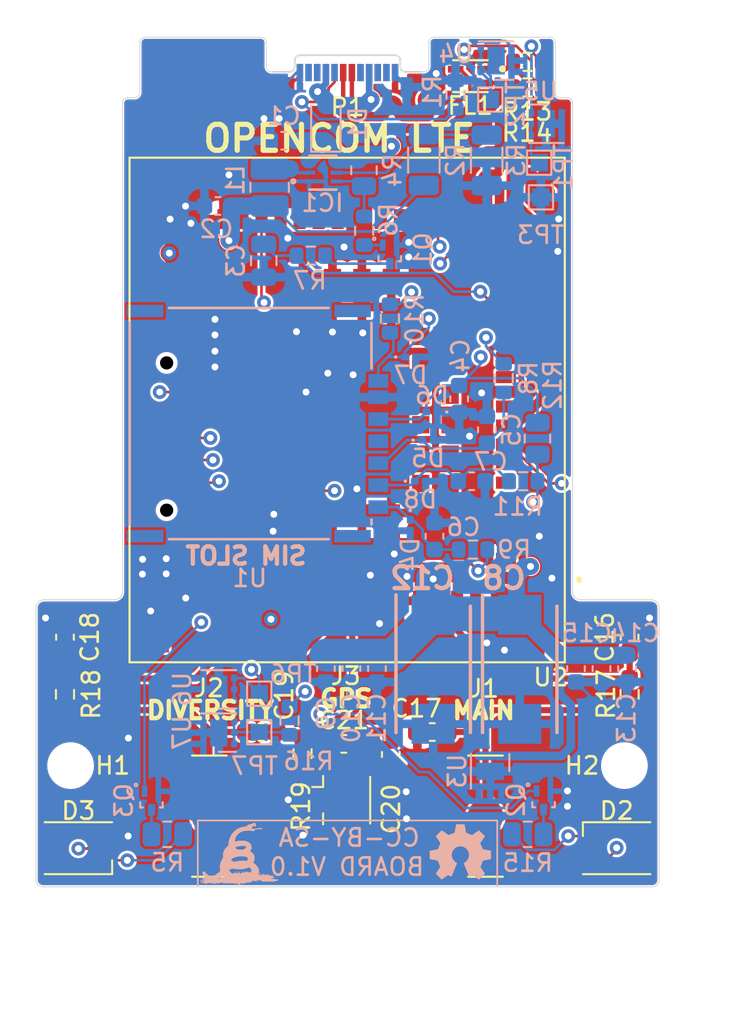
<source format=kicad_pcb>
(kicad_pcb (version 20221018) (generator pcbnew)

  (general
    (thickness 0.8)
  )

  (paper "A4")
  (title_block
    (title "openCom LTE")
    (rev "v1.0")
    (company "Liberated Embedded Systems")
    (comment 1 "Licensed under Creative Commons Attribution 4.0.")
    (comment 4 "https://liberatedsystems.co.uk")
  )

  (layers
    (0 "F.Cu" signal)
    (1 "In1.Cu" signal)
    (2 "In2.Cu" signal)
    (31 "B.Cu" signal)
    (32 "B.Adhes" user "B.Adhesive")
    (33 "F.Adhes" user "F.Adhesive")
    (34 "B.Paste" user)
    (35 "F.Paste" user)
    (36 "B.SilkS" user "B.Silkscreen")
    (37 "F.SilkS" user "F.Silkscreen")
    (38 "B.Mask" user)
    (39 "F.Mask" user)
    (40 "Dwgs.User" user "User.Drawings")
    (41 "Cmts.User" user "User.Comments")
    (42 "Eco1.User" user "User.Eco1")
    (43 "Eco2.User" user "User.Eco2")
    (44 "Edge.Cuts" user)
    (45 "Margin" user)
    (46 "B.CrtYd" user "B.Courtyard")
    (47 "F.CrtYd" user "F.Courtyard")
    (48 "B.Fab" user)
    (49 "F.Fab" user)
    (50 "User.1" user)
    (51 "User.2" user)
    (52 "User.3" user)
    (53 "User.4" user)
    (54 "User.5" user)
    (55 "User.6" user)
    (56 "User.7" user)
    (57 "User.8" user)
    (58 "User.9" user)
  )

  (setup
    (stackup
      (layer "F.SilkS" (type "Top Silk Screen"))
      (layer "F.Paste" (type "Top Solder Paste"))
      (layer "F.Mask" (type "Top Solder Mask") (thickness 0.01))
      (layer "F.Cu" (type "copper") (thickness 0.035))
      (layer "dielectric 1" (type "prepreg") (thickness 0.1) (material "FR4") (epsilon_r 4.5) (loss_tangent 0.02))
      (layer "In1.Cu" (type "copper") (thickness 0.035))
      (layer "dielectric 2" (type "core") (thickness 0.44) (material "FR4") (epsilon_r 4.5) (loss_tangent 0.02))
      (layer "In2.Cu" (type "copper") (thickness 0.035))
      (layer "dielectric 3" (type "prepreg") (thickness 0.1) (material "FR4") (epsilon_r 4.5) (loss_tangent 0.02))
      (layer "B.Cu" (type "copper") (thickness 0.035))
      (layer "B.Mask" (type "Bottom Solder Mask") (thickness 0.01))
      (layer "B.Paste" (type "Bottom Solder Paste"))
      (layer "B.SilkS" (type "Bottom Silk Screen"))
      (copper_finish "None")
      (dielectric_constraints no)
    )
    (pad_to_mask_clearance 0)
    (pcbplotparams
      (layerselection 0x00010fc_ffffffff)
      (plot_on_all_layers_selection 0x0000000_00000000)
      (disableapertmacros false)
      (usegerberextensions false)
      (usegerberattributes true)
      (usegerberadvancedattributes true)
      (creategerberjobfile true)
      (dashed_line_dash_ratio 12.000000)
      (dashed_line_gap_ratio 3.000000)
      (svgprecision 4)
      (plotframeref false)
      (viasonmask false)
      (mode 1)
      (useauxorigin false)
      (hpglpennumber 1)
      (hpglpenspeed 20)
      (hpglpendiameter 15.000000)
      (dxfpolygonmode true)
      (dxfimperialunits true)
      (dxfusepcbnewfont true)
      (psnegative false)
      (psa4output false)
      (plotreference true)
      (plotvalue true)
      (plotinvisibletext false)
      (sketchpadsonfab false)
      (subtractmaskfromsilk false)
      (outputformat 1)
      (mirror false)
      (drillshape 0)
      (scaleselection 1)
      (outputdirectory "gen/")
    )
  )

  (net 0 "")
  (net 1 "VBUS")
  (net 2 "GND")
  (net 3 "+3V8")
  (net 4 "/POWER_GOOD")
  (net 5 "/USIM_PRESENCE")
  (net 6 "/ANT_MAIN")
  (net 7 "/ANT_DIV")
  (net 8 "/ANT_GNSS")
  (net 9 "Net-(J3-In)")
  (net 10 "Net-(D1-A)")
  (net 11 "Net-(D2-K)")
  (net 12 "Net-(D3-K)")
  (net 13 "/USB_D+")
  (net 14 "/USB_D-")
  (net 15 "Net-(IC1-SW)")
  (net 16 "Net-(IC1-FB)")
  (net 17 "Net-(IC1-PG)")
  (net 18 "Net-(P1-CC)")
  (net 19 "unconnected-(P1-VCONN-PadB5)")
  (net 20 "Net-(Q1-B)")
  (net 21 "Net-(Q1-C)")
  (net 22 "/NETLIGHT")
  (net 23 "Net-(Q2-C)")
  (net 24 "/STATUS")
  (net 25 "Net-(Q3-C)")
  (net 26 "/USIM_RST")
  (net 27 "/USIM_CLK")
  (net 28 "/VDD_EXT")
  (net 29 "/USIM_DATA")
  (net 30 "Net-(R13-Pad1)")
  (net 31 "Net-(R14-Pad1)")
  (net 32 "Net-(R16-Pad2)")
  (net 33 "Net-(U2-USB_BOOT)")
  (net 34 "unconnected-(U1-VPP-PadC6)")
  (net 35 "unconnected-(U2-RESET_N-Pad17)")
  (net 36 "unconnected-(U2-PCM_DOUT-Pad7)")
  (net 37 "unconnected-(U2-PCM_DIN-Pad6)")
  (net 38 "unconnected-(U2-PCM_SYNC-Pad5)")
  (net 39 "unconnected-(U2-PCM_CLK-Pad4)")
  (net 40 "unconnected-(U2-RI-Pad39)")
  (net 41 "unconnected-(U2-DCD-Pad38)")
  (net 42 "unconnected-(U2-RTS-Pad37)")
  (net 43 "unconnected-(U2-CTS-Pad36)")
  (net 44 "unconnected-(U2-TXD-Pad35)")
  (net 45 "unconnected-(U2-RXD-Pad34)")
  (net 46 "unconnected-(U2-I2C_SCL-Pad40)")
  (net 47 "unconnected-(U2-I2C_SDA-Pad41)")
  (net 48 "unconnected-(U2-ADC0-Pad24)")
  (net 49 "unconnected-(U2-AP_READY-Pad19)")
  (net 50 "unconnected-(U2-DTR-Pad30)")
  (net 51 "unconnected-(U2-SPI_MISO-Pad28)")
  (net 52 "unconnected-(U2-SPI_MOSI-Pad27)")
  (net 53 "unconnected-(U2-SPI_CLK-Pad26)")
  (net 54 "unconnected-(U2-USIM2_RST-Pad85)")
  (net 55 "unconnected-(U2-USIM2_CLK-Pad84)")
  (net 56 "unconnected-(U2-USIM2_PRESENCE-Pad83)")
  (net 57 "unconnected-(U2-USIM2_DATA-Pad86)")
  (net 58 "unconnected-(U2-USIM2_VDD-Pad87)")
  (net 59 "/USIM_VDD")
  (net 60 "Net-(U1-RST)")
  (net 61 "Net-(U1-CLK)")
  (net 62 "Net-(U1-I{slash}O)")
  (net 63 "Net-(C17-Pad1)")
  (net 64 "Net-(C19-Pad1)")
  (net 65 "/USBC_D+")
  (net 66 "/USBC_D-")
  (net 67 "unconnected-(U2-RESERVED-Pad18)")
  (net 68 "unconnected-(U2-DBG_RXD-Pad22)")
  (net 69 "unconnected-(U2-DBG_TXD-Pad23)")

  (footprint "CONSMA002-SMD:LINX_CONSMA002-SMD" (layer "F.Cu") (at 151.72 142.15))

  (footprint "Resistor_SMD:R_0603_1608Metric" (layer "F.Cu") (at 154.15 98.575 180))

  (footprint "Resistor_SMD:R_0603_1608Metric_Pad0.98x0.95mm_HandSolder" (layer "F.Cu") (at 160.05 135.1125 -90))

  (footprint "LED_SMD:LED_Cree-PLCC4_3.2x2.8mm_CCW" (layer "F.Cu") (at 128.2 144 180))

  (footprint "Capacitor_SMD:C_0603_1608Metric_Pad1.08x0.95mm_HandSolder" (layer "F.Cu") (at 146.25 138.5875 -90))

  (footprint "Resistor_SMD:R_0603_1608Metric_Pad0.98x0.95mm_HandSolder" (layer "F.Cu") (at 141.15 138.5375 -90))

  (footprint "Connector_USB:USB_C_Plug_Molex_105444" (layer "F.Cu") (at 143.75 99.15))

  (footprint "MountingHole:MountingHole_2.2mm_M2" (layer "F.Cu") (at 159.75 139.23))

  (footprint "LED_SMD:LED_Cree-PLCC4_3.2x2.8mm_CCW" (layer "F.Cu") (at 159.3 144))

  (footprint "CONSMA002-SMD:LINX_CONSMA002-SMD" (layer "F.Cu") (at 135.77 142.15))

  (footprint "Capacitor_SMD:C_0603_1608Metric_Pad1.08x0.95mm_HandSolder" (layer "F.Cu") (at 160.05 131.8125 90))

  (footprint "Capacitor_SMD:C_0603_1608Metric_Pad1.08x0.95mm_HandSolder" (layer "F.Cu") (at 138.7675 137.29))

  (footprint "Capacitor_SMD:C_0603_1608Metric_Pad1.08x0.95mm_HandSolder" (layer "F.Cu") (at 127.425 131.8125 90))

  (footprint "Capacitor_SMD:C_0603_1608Metric_Pad1.08x0.95mm_HandSolder" (layer "F.Cu") (at 148.6475 137.29 180))

  (footprint "Capacitor_SMD:C_0603_1608Metric_Pad1.08x0.95mm_HandSolder" (layer "F.Cu") (at 143.5375 137.975))

  (footprint "Resistor_SMD:R_0603_1608Metric_Pad0.98x0.95mm_HandSolder" (layer "F.Cu") (at 127.425 135.1125 -90))

  (footprint "MountingHole:MountingHole_2.2mm_M2" (layer "F.Cu") (at 127.75 139.23))

  (footprint "Resistor_SMD:R_0603_1608Metric" (layer "F.Cu") (at 154.15 100.05 180))

  (footprint "DLW21SN900SQ2L:FIL_DLW21SN900SQ2L" (layer "F.Cu") (at 150.85 99.4 180))

  (footprint "EG95:XCVR_EG95" (layer "F.Cu")
    (tstamp f851ed5b-4e23-405b-b1aa-e8d65dde7576)
    (at 143.73 118.685 180)
    (property "MANUFACTURER" "Quectel")
    (property "MAXIMUM_PACKAGE_HEIGHT" "2.5mm")
    (property "PARTREV" "1.5")
    (property "STANDARD" "Manufacturer Recommendations")
    (property "Sheetfile" "opencom-lte.kicad_sch")
    (property "Sheetname" "")
    (path "/e6a6b14f-fc94-4e9b-b34c-71e0e50cdc39")
    (attr smd)
    (fp_text reference "U2" (at -11.76 -15.445) (layer "F.SilkS")
        (effects (font (size 1 1) (thickness 0.153)))
      (tstamp 1d464947-5842-4187-a9bd-c30a4e55b624)
    )
    (fp_text value "EG95" (at -12.635 15.715) (layer "F.Fab")
        (effects (font (size 1 1) (thickness 0.15)))
      (tstamp 7b80973e-b338-4301-a0a8-35a68cefc798)
    )
    (fp_circle (center -5.95 -4.25) (end -5.478 -4.25)
      (stroke (width 0) (type solid)) (fill solid) (layer "F.Paste") (tstamp 67d3b74d-81a9-43e5-82a0-a58ecb94a205))
    (fp_circle (center -5.95 -2.55) (end -5.478 -2.55)
      (stroke (width 0) (type solid)) (fill solid) (layer "F.Paste") (tstamp 12d7749c-79c9-41a7-b0f5-19f3bfe17632))
    (fp_circle (center -5.95 -0.85) (end -5.478 -0.85)
      (stroke (width 0) (type solid)) (fill solid) (layer "F.Paste") (tstamp 4e384b70-bee1-4f3c-923a-35ca47ab2658))
    (fp_circle (center -5.95 0.85) (end -5.478 0.85)
      (stroke (width 0) (type solid)) (fill solid) (layer "F.Paste") (tstamp 6d05fc8f-1146-4558-87f4-124d02db3765))
    (fp_circle (center -5.95 2.55) (end -5.478 2.55)
      (stroke (width 0) (type solid)) (fill solid) (layer "F.Paste") (tstamp 357ed333-a131-4460-9f03-f99d16791163))
    (fp_circle (center -5.95 4.25) (end -5.478 4.25)
      (stroke (width 0) (type solid)) (fill solid) (layer "F.Paste") (tstamp 63f94867-3c9e-4667-930a-fee0f1e2ebe2))
    (fp_circle (center -4.25 -4.25) (end -3.778 -4.25)
      (stroke (width 0) (type solid)) (fill solid) (layer "F.Paste") (tstamp 13cc66c6-7510-4e83-a694-d08949b734e5))
    (fp_circle (center -4.25 -2.55) (end -3.778 -2.55)
      (stroke (width 0) (type solid)) (fill solid) (layer "F.Paste") (tstamp 8c7a9cf3-ddbd-4b7c-bebc-49031a5e6d73))
    (fp_circle (center -4.25 -0.85) (end -3.778 -0.85)
      (stroke (width 0) (type solid)) (fill solid) (layer "F.Paste") (tstamp 3d9d3b4e-af9b-4dbc-9336-c29b3746faba))
    (fp_circle (center -4.25 0.85) (end -3.778 0.85)
      (stroke (width 0) (type solid)) (fill solid) (layer "F.Paste") (tstamp 690ddcd6-4d8e-42c0-ad75-ff9db3797b01))
    (fp_circle (center -4.25 2.55) (end -3.778 2.55)
      (stroke (width 0) (type solid)) (fill solid) (layer "F.Paste") (tstamp 75b36f97-51b2-4f40-b557-750c42c33062))
    (fp_circle (center -4.25 4.25) (end -3.778 4.25)
      (stroke (width 0) (type solid)) (fill solid) (layer "F.Paste") (tstamp 4e758d36-1513-487c-9267-fc087fa18d60))
    (fp_circle (center -2.55 -7.65) (end -2.078 -7.65)
      (stroke (width 0) (type solid)) (fill solid) (layer "F.Paste") (tstamp 3633692c-49f1-42ca-94b0-b891b5a33b8a))
    (fp_circle (center -2.55 -5.95) (end -2.078 -5.95)
      (stroke (width 0) (type solid)) (fill solid) (layer "F.Paste") (tstamp daf7962a-2a44-472f-b9c9-8c84ea1849f8))
    (fp_circle (center -2.55 5.95) (end -2.078 5.95)
      (stroke (width 0) (type solid)) (fill solid) (layer "F.Paste") (tstamp 32fabbac-dc5d-4778-92ac-b5c62bce09fe))
    (fp_circle (center -2.55 7.65) (end -2.078 7.65)
      (stroke (width 0) (type solid)) (fill solid) (layer "F.Paste") (tstamp b9df1aa6-a689-4293-8753-7c59f8230178))
    (fp_circle (center -0.85 -7.65) (end -0.378 -7.65)
      (stroke (width 0) (type solid)) (fill solid) (layer "F.Paste") (tstamp 4d0be172-5136-470d-b73a-7a8cb51ed73c))
    (fp_circle (center -0.85 -5.95) (end -0.378 -5.95)
      (stroke (width 0) (type solid)) (fill solid) (layer "F.Paste") (tstamp e9ad7bc7-db7f-41e8-8090-37c9b439c87a))
    (fp_circle (center -0.85 5.95) (end -0.378 5.95)
      (stroke (width 0) (type solid)) (fill solid) (layer "F.Paste") (tstamp 4a30cd4e-e496-41e4-82a6-3686d3ecb188))
    (fp_circle (center -0.85 7.65) (end -0.378 7.65)
      (stroke (width 0) (type solid)) (fill solid) (layer "F.Paste") (tstamp 55b8e7ce-c026-444a-87d3-c25fb53b51c9))
    (fp_circle (center 0.85 -7.65) (end 1.322 -7.65)
      (stroke (width 0) (type solid)) (fill solid) (layer "F.Paste") (tstamp 32b20396-c9b0-4873-b9ba-fa2c66fc98d1))
    (fp_circle (center 0.85 -5.95) (end 1.322 -5.95)
      (stroke (width 0) (type solid)) (fill solid) (layer "F.Paste") (tstamp e03b0b90-06f2-4e0d-a234-628bf843efeb))
    (fp_circle (center 0.85 5.95) (end 1.322 5.95)
      (stroke (width 0) (type solid)) (fill solid) (layer "F.Paste") (tstamp 117ba3fd-2c95-455c-a1fb-79870f2b7c3e))
    (fp_circle (center 0.85 7.65) (end 1.322 7.65)
      (stroke (width 0) (type solid)) (fill solid) (layer "F.Paste") (tstamp 9cebe8bb-5944-4532-84f3-4db69cb5a267))
    (fp_circle (center 2.55 -7.65) (end 3.022 -7.65)
      (stroke (width 0) (type solid)) (fill solid) (layer "F.Paste") (tstamp 4591d32e-0bfd-40f2-a436-d8c4a8df7b9c))
    (fp_circle (center 2.55 -5.95) (end 3.022 -5.95)
      (stroke (width 0) (type solid)) (fill solid) (layer "F.Paste") (tstamp 27feb6eb-48a0-44e1-945e-be4be8aa40cb))
    (fp_circle (center 2.55 5.95) (end 3.022 5.95)
      (stroke (width 0) (type solid)) (fill solid) (layer "F.Paste") (tstamp d0d20436-b778-4fa3-9675-56b791c3d56f))
    (fp_circle (center 2.55 7.65) (end 3.022 7.65)
      (stroke (width 0) (type solid)) (fill solid) (layer "F.Paste") (tstamp defa867d-6b76-49c8-bb58-cf6b459a29a2))
    (fp_circle (center 4.25 -4.25) (end 4.722 -4.25)
      (stroke (width 0) (type solid)) (fill solid) (layer "F.Paste") (tstamp 025de2ef-81a6-402c-bdfe-0f3340f36076))
    (fp_circle (center 4.25 -2.55) (end 4.722 -2.55)
      (stroke (width 0) (type solid)) (fill solid) (layer "F.Paste") (tstamp 920f3030-f3a9-49d9-98b1-ba1e7a6cde5b))
    (fp_circle (center 4.25 -0.85) (end 4.722 -0.85)
      (stroke (width 0) (type solid)) (fill solid) (layer "F.Paste") (tstamp cf2d715c-b57e-4e29-b1b7-62efa84a9561))
    (fp_circle (center 4.25 0.85) (end 4.722 0.85)
      (stroke (width 0) (type solid)) (fill solid) (layer "F.Paste") (tstamp ca71414b-1dcf-458c-9ec7-99f7644ea8d3))
    (fp_circle (center 4.25 2.55) (end 4.722 2.55)
      (stroke (width 0) (type solid)) (fill solid) (layer "F.Paste") (tstamp c74df507-238b-4f61-b908-673a0ad914c0))
    (fp_circle (center 4.25 4.25) (end 4.722 4.25)
      (stroke (width 0) (type solid)) (fill solid) (layer "F.Paste") (tstamp 89941a95-52f2-4f01-b5ae-ea2ee97dc086))
    (fp_circle (center 5.95 -4.25) (end 6.422 -4.25)
      (stroke (width 0) (type solid)) (fill solid) (layer "F.Paste") (tstamp 464d7fed-1c31-488c-ad54-5f06dec5a552))
    (fp_circle (center 5.95 -2.55) (end 6.422 -2.55)
      (stroke (width 0) (type solid)) (fill solid) (layer "F.Paste") (tstamp 7989918b-1f57-4399-89ef-f58e0c36eb2c))
    (fp_circle (center 5.95 -0.85) (end 6.422 -0.85)
      (stroke (width 0) (type solid)) (fill solid) (layer "F.Paste") (tstamp 338601a2-47bf-49f9-ba85-32e5a710140d))
    (fp_circle (center 5.95 0.85) (end 6.422 0.85)
      (stroke (width 0) (type solid)) (fill solid) (layer "F.Paste") (tstamp 12da4203-b063-4a2b-968e-3657dc112560))
    (fp_circle (center 5.95 2.55) (end 6.422 2.55)
      (stroke (width 0) (type solid)) (fill solid) (layer "F.Paste") (tstamp 7f6528a6-3a92-4aca-ba64-fc076fca4400))
    (fp_circle (center 5.95 4.25) (end 6.422 4.25)
      (stroke (width 0) (type solid)) (fill solid) (layer "F.Paste") (tstamp faf3a879-e27f-4ff1-b81f-1530938d56fc))
    (fp_poly
      (pts
        (xy -11.66 -13.66)
        (xy -10.64 -13.66)
        (xy -10.64 -12.64)
        (xy -11.66 -12.64)
      )

      (stroke (width 0.01) (type solid)) (fill solid) (layer "F.Paste") (tstamp a4cf9f7c-fc80-4a6e-8aed-8618a06b9c70))
    (fp_poly
      (pts
        (xy -10.54 13.56)
        (xy -10.78 13.56)
        (xy -11.56 12.78)
        (xy -11.56 12.54)
        (xy -10.54 12.54)
      )

      (stroke (width 0.0001) (type solid)) (fill solid) (layer "F.Paste") (tstamp 36e8bdf4-fab0-480a-ae07-fd85752c3d27))
    (fp_poly
      (pts
        (xy -10.54 13.56)
        (xy -10.78 13.56)
        (xy -11.56 12.78)
        (xy -11.56 12.54)
        (xy -10.54 12.54)
      )

      (stroke (width 0.0001) (type solid)) (fill solid) (layer "F.Paste") (tstamp fb33d6b7-c026-42c4-b8ab-e0e13b2d656e))
    (fp_poly
      (pts
        (xy 10.54 -13.56)
        (xy 10.78 -13.56)
        (xy 11.56 -12.78)
        (xy 11.56 -12.54)
        (xy 10.54 -12.54)
      )

      (stroke (width 0.0001) (type solid)) (fill solid) (layer "F.Paste") (tstamp 74c62a22-a856-4ac7-bb7a-1febdc12e728))
    (fp_poly
      (pts
        (xy 10.54 13.56)
        (xy 10.78 13.56)
        (xy 11.56 12.78)
        (xy 11.56 12.54)
        (xy 10.54 12.54)
      )

      (stroke (width 0.0001) (type solid)) (fill solid) (layer "F.Paste") (tstamp c4360858-c8a5-42dc-836e-f31e91c33908))
    (fp_poly
      (pts
        (xy -9.525 -9.98)
        (xy -8.825 -9.98)
        (xy -8.819 -9.98)
        (xy -8.814 -9.979)
        (xy -8.808 -9.979)
        (xy -8.802 -9.978)
        (xy -8.797 -9.976)
        (xy -8.791 -9.975)
        (xy -8.786 -9.973)
        (xy -8.78 -9.97)
        (xy -8.775 -9.968)
        (xy -8.77 -9.965)
        (xy -8.765 -9.962)
        (xy -8.76 -9.959)
        (xy -8.756 -9.955)
        (xy -8.751 -9.952)
        (xy -8.747 -9.948)
        (xy -8.743 -9.944)
        (xy -8.74 -9.939)
        (xy -8.736 -9.935)
        (xy -8.733 -9.93)
        (xy -8.73 -9.925)
        (xy -8.727 -9.92)
        (xy -8.725 -9.915)
        (xy -8.722 -9.909)
        (xy -8.72 -9.904)
        (xy -8.719 -9.898)
        (xy -8.717 -9.893)
        (xy -8.716 -9.887)
        (xy -8.716 -9.881)
        (xy -8.715 -9.876)
        (xy -8.715 -9.87)
        (xy -8.715 -9.53)
        (xy -8.715 -9.524)
        (xy -8.716 -9.519)
        (xy -8.716 -9.513)
        (xy -8.717 -9.507)
        (xy -8.719 -9.502)
        (xy -8.72 -9.496)
        (xy -8.722 -9.491)
        (xy -8.725 -9.485)
        (xy -8.727 -9.48)
        (xy -8.73 -9.475)
        (xy -8.733 -9.47)
        (xy -8.736 -9.465)
        (xy -8.74 -9.461)
        (xy -8.743 -9.456)
        (xy -8.747 -9.452)
        (xy -8.751 -9.448)
        (xy -8.756 -9.445)
        (xy -8.76 -9.441)
        (xy -8.765 -9.438)
        (xy -8.77 -9.435)
        (xy -8.775 -9.432)
        (xy -8.78 -9.43)
        (xy -8.786 -9.427)
        (xy -8.791 -9.425)
        (xy -8.797 -9.424)
        (xy -8.802 -9.422)
        (xy -8.808 -9.421)
        (xy -8.814 -9.421)
        (xy -8.819 -9.42)
        (xy -8.825 -9.42)
        (xy -9.525 -9.42)
        (xy -9.531 -9.42)
        (xy -9.536 -9.421)
        (xy -9.542 -9.421)
        (xy -9.548 -9.422)
        (xy -9.553 -9.424)
        (xy -9.559 -9.425)
        (xy -9.564 -9.427)
        (xy -9.57 -9.43)
        (xy -9.575 -9.432)
        (xy -9.58 -9.435)
        (xy -9.585 -9.438)
        (xy -9.59 -9.441)
        (xy -9.594 -9.445)
        (xy -9.599 -9.448)
        (xy -9.603 -9.452)
        (xy -9.607 -9.456)
        (xy -9.61 -9.461)
        (xy -9.614 -9.465)
        (xy -9.617 -9.47)
        (xy -9.62 -9.475)
        (xy -9.623 -9.48)
        (xy -9.625 -9.485)
        (xy -9.628 -9.491)
        (xy -9.63 -9.496)
        (xy -9.631 -9.502)
        (xy -9.633 -9.507)
        (xy -9.634 -9.513)
        (xy -9.634 -9.519)
        (xy -9.635 -9.524)
        (xy -9.635 -9.53)
        (xy -9.635 -9.87)
        (xy -9.635 -9.876)
        (xy -9.634 -9.881)
        (xy -9.634 -9.887)
        (xy -9.633 -9.893)
        (xy -9.631 -9.898)
        (xy -9.63 -9.904)
        (xy -9.628 -9.909)
        (xy -9.625 -9.915)
        (xy -9.623 -9.92)
        (xy -9.62 -9.925)
        (xy -9.617 -9.93)
        (xy -9.614 -9.935)
        (xy -9.61 -9.939)
        (xy -9.607 -9.944)
        (xy -9.603 -9.948)
        (xy -9.599 -9.952)
        (xy -9.594 -9.955)
        (xy -9.59 -9.959)
        (xy -9.585 -9.962)
        (xy -9.58 -9.965)
        (xy -9.575 -9.968)
        (xy -9.57 -9.97)
        (xy -9.564 -9.973)
        (xy -9.559 -9.975)
        (xy -9.553 -9.976)
        (xy -9.548 -9.978)
        (xy -9.542 -9.979)
        (xy -9.536 -9.979)
        (xy -9.531 -9.98)
        (xy -9.525 -9.98)
      )

      (stroke (width 0.0001) (type solid)) (fill solid) (layer "F.Paste") (tstamp 381fb920-c57b-4d2c-bff1-181bec3e7f23))
    (fp_poly
      (pts
        (xy -9.525 -8.88)
        (xy -8.825 -8.88)
        (xy -8.819 -8.88)
        (xy -8.814 -8.879)
        (xy -8.808 -8.879)
        (xy -8.802 -8.878)
        (xy -8.797 -8.876)
        (xy -8.791 -8.875)
        (xy -8.786 -8.873)
        (xy -8.78 -8.87)
        (xy -8.775 -8.868)
        (xy -8.77 -8.865)
        (xy -8.765 -8.862)
        (xy -8.76 -8.859)
        (xy -8.756 -8.855)
        (xy -8.751 -8.852)
        (xy -8.747 -8.848)
        (xy -8.743 -8.844)
        (xy -8.74 -8.839)
        (xy -8.736 -8.835)
        (xy -8.733 -8.83)
        (xy -8.73 -8.825)
        (xy -8.727 -8.82)
        (xy -8.725 -8.815)
        (xy -8.722 -8.809)
        (xy -8.72 -8.804)
        (xy -8.719 -8.798)
        (xy -8.717 -8.793)
        (xy -8.716 -8.787)
        (xy -8.716 -8.781)
        (xy -8.715 -8.776)
        (xy -8.715 -8.77)
        (xy -8.715 -8.43)
        (xy -8.715 -8.424)
        (xy -8.716 -8.419)
        (xy -8.716 -8.413)
        (xy -8.717 -8.407)
        (xy -8.719 -8.402)
        (xy -8.72 -8.396)
        (xy -8.722 -8.391)
        (xy -8.725 -8.385)
        (xy -8.727 -8.38)
        (xy -8.73 -8.375)
        (xy -8.733 -8.37)
        (xy -8.736 -8.365)
        (xy -8.74 -8.361)
        (xy -8.743 -8.356)
        (xy -8.747 -8.352)
        (xy -8.751 -8.348)
        (xy -8.756 -8.345)
        (xy -8.76 -8.341)
        (xy -8.765 -8.338)
        (xy -8.77 -8.335)
        (xy -8.775 -8.332)
        (xy -8.78 -8.33)
        (xy -8.786 -8.327)
        (xy -8.791 -8.325)
        (xy -8.797 -8.324)
        (xy -8.802 -8.322)
        (xy -8.808 -8.321)
        (xy -8.814 -8.321)
        (xy -8.819 -8.32)
        (xy -8.825 -8.32)
        (xy -9.525 -8.32)
        (xy -9.531 -8.32)
        (xy -9.536 -8.321)
        (xy -9.542 -8.321)
        (xy -9.548 -8.322)
        (xy -9.553 -8.324)
        (xy -9.559 -8.325)
        (xy -9.564 -8.327)
        (xy -9.57 -8.33)
        (xy -9.575 -8.332)
        (xy -9.58 -8.335)
        (xy -9.585 -8.338)
        (xy -9.59 -8.341)
        (xy -9.594 -8.345)
        (xy -9.599 -8.348)
        (xy -9.603 -8.352)
        (xy -9.607 -8.356)
        (xy -9.61 -8.361)
        (xy -9.614 -8.365)
        (xy -9.617 -8.37)
        (xy -9.62 -8.375)
        (xy -9.623 -8.38)
        (xy -9.625 -8.385)
        (xy -9.628 -8.391)
        (xy -9.63 -8.396)
        (xy -9.631 -8.402)
        (xy -9.633 -8.407)
        (xy -9.634 -8.413)
        (xy -9.634 -8.419)
        (xy -9.635 -8.424)
        (xy -9.635 -8.43)
        (xy -9.635 -8.77)
        (xy -9.635 -8.776)
        (xy -9.634 -8.781)
        (xy -9.634 -8.787)
        (xy -9.633 -8.793)
        (xy -9.631 -8.798)
        (xy -9.63 -8.804)
        (xy -9.628 -8.809)
        (xy -9.625 -8.815)
        (xy -9.623 -8.82)
        (xy -9.62 -8.825)
        (xy -9.617 -8.83)
        (xy -9.614 -8.835)
        (xy -9.61 -8.839)
        (xy -9.607 -8.844)
        (xy -9.603 -8.848)
        (xy -9.599 -8.852)
        (xy -9.594 -8.855)
        (xy -9.59 -8.859)
        (xy -9.585 -8.862)
        (xy -9.58 -8.865)
        (xy -9.575 -8.868)
        (xy -9.57 -8.87)
        (xy -9.564 -8.873)
        (xy -9.559 -8.875)
        (xy -9.553 -8.876)
        (xy -9.548 -8.878)
        (xy -9.542 -8.879)
        (xy -9.536 -8.879)
        (xy -9.531 -8.88)
        (xy -9.525 -8.88)
      )

      (stroke (width 0.0001) (type solid)) (fill solid) (layer "F.Paste") (tstamp 15a79106-df97-4493-8a49-601ca5566463))
    (fp_poly
      (pts
        (xy -9.525 -7.78)
        (xy -8.825 -7.78)
        (xy -8.819 -7.78)
        (xy -8.814 -7.779)
        (xy -8.808 -7.779)
        (xy -8.802 -7.778)
        (xy -8.797 -7.776)
        (xy -8.791 -7.775)
        (xy -8.786 -7.773)
        (xy -8.78 -7.77)
        (xy -8.775 -7.768)
        (xy -8.77 -7.765)
        (xy -8.765 -7.762)
        (xy -8.76 -7.759)
        (xy -8.756 -7.755)
        (xy -8.751 -7.752)
        (xy -8.747 -7.748)
        (xy -8.743 -7.744)
        (xy -8.74 -7.739)
        (xy -8.736 -7.735)
        (xy -8.733 -7.73)
        (xy -8.73 -7.725)
        (xy -8.727 -7.72)
        (xy -8.725 -7.715)
        (xy -8.722 -7.709)
        (xy -8.72 -7.704)
        (xy -8.719 -7.698)
        (xy -8.717 -7.693)
        (xy -8.716 -7.687)
        (xy -8.716 -7.681)
        (xy -8.715 -7.676)
        (xy -8.715 -7.67)
        (xy -8.715 -7.33)
        (xy -8.715 -7.324)
        (xy -8.716 -7.319)
        (xy -8.716 -7.313)
        (xy -8.717 -7.307)
        (xy -8.719 -7.302)
        (xy -8.72 -7.296)
        (xy -8.722 -7.291)
        (xy -8.725 -7.285)
        (xy -8.727 -7.28)
        (xy -8.73 -7.275)
        (xy -8.733 -7.27)
        (xy -8.736 -7.265)
        (xy -8.74 -7.261)
        (xy -8.743 -7.256)
        (xy -8.747 -7.252)
        (xy -8.751 -7.248)
        (xy -8.756 -7.245)
        (xy -8.76 -7.241)
        (xy -8.765 -7.238)
        (xy -8.77 -7.235)
        (xy -8.775 -7.232)
        (xy -8.78 -7.23)
        (xy -8.786 -7.227)
        (xy -8.791 -7.225)
        (xy -8.797 -7.224)
        (xy -8.802 -7.222)
        (xy -8.808 -7.221)
        (xy -8.814 -7.221)
        (xy -8.819 -7.22)
        (xy -8.825 -7.22)
        (xy -9.525 -7.22)
        (xy -9.531 -7.22)
        (xy -9.536 -7.221)
        (xy -9.542 -7.221)
        (xy -9.548 -7.222)
        (xy -9.553 -7.224)
        (xy -9.559 -7.225)
        (xy -9.564 -7.227)
        (xy -9.57 -7.23)
        (xy -9.575 -7.232)
        (xy -9.58 -7.235)
        (xy -9.585 -7.238)
        (xy -9.59 -7.241)
        (xy -9.594 -7.245)
        (xy -9.599 -7.248)
        (xy -9.603 -7.252)
        (xy -9.607 -7.256)
        (xy -9.61 -7.261)
        (xy -9.614 -7.265)
        (xy -9.617 -7.27)
        (xy -9.62 -7.275)
        (xy -9.623 -7.28)
        (xy -9.625 -7.285)
        (xy -9.628 -7.291)
        (xy -9.63 -7.296)
        (xy -9.631 -7.302)
        (xy -9.633 -7.307)
        (xy -9.634 -7.313)
        (xy -9.634 -7.319)
        (xy -9.635 -7.324)
        (xy -9.635 -7.33)
        (xy -9.635 -7.67)
        (xy -9.635 -7.676)
        (xy -9.634 -7.681)
        (xy -9.634 -7.687)
        (xy -9.633 -7.693)
        (xy -9.631 -7.698)
        (xy -9.63 -7.704)
        (xy -9.628 -7.709)
        (xy -9.625 -7.715)
        (xy -9.623 -7.72)
        (xy -9.62 -7.725)
        (xy -9.617 -7.73)
        (xy -9.614 -7.735)
        (xy -9.61 -7.739)
        (xy -9.607 -7.744)
        (xy -9.603 -7.748)
        (xy -9.599 -7.752)
        (xy -9.594 -7.755)
        (xy -9.59 -7.759)
        (xy -9.585 -7.762)
        (xy -9.58 -7.765)
        (xy -9.575 -7.768)
        (xy -9.57 -7.77)
        (xy -9.564 -7.773)
        (xy -9.559 -7.775)
        (xy -9.553 -7.776)
        (xy -9.548 -7.778)
        (xy -9.542 -7.779)
        (xy -9.536 -7.779)
        (xy -9.531 -7.78)
        (xy -9.525 -7.78)
      )

      (stroke (width 0.0001) (type solid)) (fill solid) (layer "F.Paste") (tstamp 0c575af3-6ed1-46a3-bfde-38643bb7e524))
    (fp_poly
      (pts
        (xy -9.525 -6.68)
        (xy -8.825 -6.68)
        (xy -8.819 -6.68)
        (xy -8.814 -6.679)
        (xy -8.808 -6.679)
        (xy -8.802 -6.678)
        (xy -8.797 -6.676)
        (xy -8.791 -6.675)
        (xy -8.786 -6.673)
        (xy -8.78 -6.67)
        (xy -8.775 -6.668)
        (xy -8.77 -6.665)
        (xy -8.765 -6.662)
        (xy -8.76 -6.659)
        (xy -8.756 -6.655)
        (xy -8.751 -6.652)
        (xy -8.747 -6.648)
        (xy -8.743 -6.644)
        (xy -8.74 -6.639)
        (xy -8.736 -6.635)
        (xy -8.733 -6.63)
        (xy -8.73 -6.625)
        (xy -8.727 -6.62)
        (xy -8.725 -6.615)
        (xy -8.722 -6.609)
        (xy -8.72 -6.604)
        (xy -8.719 -6.598)
        (xy -8.717 -6.593)
        (xy -8.716 -6.587)
        (xy -8.716 -6.581)
        (xy -8.715 -6.576)
        (xy -8.715 -6.57)
        (xy -8.715 -6.23)
        (xy -8.715 -6.224)
        (xy -8.716 -6.219)
        (xy -8.716 -6.213)
        (xy -8.717 -6.207)
        (xy -8.719 -6.202)
        (xy -8.72 -6.196)
        (xy -8.722 -6.191)
        (xy -8.725 -6.185)
        (xy -8.727 -6.18)
        (xy -8.73 -6.175)
        (xy -8.733 -6.17)
        (xy -8.736 -6.165)
        (xy -8.74 -6.161)
        (xy -8.743 -6.156)
        (xy -8.747 -6.152)
        (xy -8.751 -6.148)
        (xy -8.756 -6.145)
        (xy -8.76 -6.141)
        (xy -8.765 -6.138)
        (xy -8.77 -6.135)
        (xy -8.775 -6.132)
        (xy -8.78 -6.13)
        (xy -8.786 -6.127)
        (xy -8.791 -6.125)
        (xy -8.797 -6.124)
        (xy -8.802 -6.122)
        (xy -8.808 -6.121)
        (xy -8.814 -6.121)
        (xy -8.819 -6.12)
        (xy -8.825 -6.12)
        (xy -9.525 -6.12)
        (xy -9.531 -6.12)
        (xy -9.536 -6.121)
        (xy -9.542 -6.121)
        (xy -9.548 -6.122)
        (xy -9.553 -6.124)
        (xy -9.559 -6.125)
        (xy -9.564 -6.127)
        (xy -9.57 -6.13)
        (xy -9.575 -6.132)
        (xy -9.58 -6.135)
        (xy -9.585 -6.138)
        (xy -9.59 -6.141)
        (xy -9.594 -6.145)
        (xy -9.599 -6.148)
        (xy -9.603 -6.152)
        (xy -9.607 -6.156)
        (xy -9.61 -6.161)
        (xy -9.614 -6.165)
        (xy -9.617 -6.17)
        (xy -9.62 -6.175)
        (xy -9.623 -6.18)
        (xy -9.625 -6.185)
        (xy -9.628 -6.191)
        (xy -9.63 -6.196)
        (xy -9.631 -6.202)
        (xy -9.633 -6.207)
        (xy -9.634 -6.213)
        (xy -9.634 -6.219)
        (xy -9.635 -6.224)
        (xy -9.635 -6.23)
        (xy -9.635 -6.57)
        (xy -9.635 -6.576)
        (xy -9.634 -6.581)
        (xy -9.634 -6.587)
        (xy -9.633 -6.593)
        (xy -9.631 -6.598)
        (xy -9.63 -6.604)
        (xy -9.628 -6.609)
        (xy -9.625 -6.615)
        (xy -9.623 -6.62)
        (xy -9.62 -6.625)
        (xy -9.617 -6.63)
        (xy -9.614 -6.635)
        (xy -9.61 -6.639)
        (xy -9.607 -6.644)
        (xy -9.603 -6.648)
        (xy -9.599 -6.652)
        (xy -9.594 -6.655)
        (xy -9.59 -6.659)
        (xy -9.585 -6.662)
        (xy -9.58 -6.665)
        (xy -9.575 -6.668)
        (xy -9.57 -6.67)
        (xy -9.564 -6.673)
        (xy -9.559 -6.675)
        (xy -9.553 -6.676)
        (xy -9.548 -6.678)
        (xy -9.542 -6.679)
        (xy -9.536 -6.679)
        (xy -9.531 -6.68)
        (xy -9.525 -6.68)
      )

      (stroke (width 0.0001) (type solid)) (fill solid) (layer "F.Paste") (tstamp 4a9d6eca-1bec-49f3-8d4a-6444aca6165c))
    (fp_poly
      (pts
        (xy -9.525 -5.58)
        (xy -8.825 -5.58)
        (xy -8.819 -5.58)
        (xy -8.814 -5.579)
        (xy -8.808 -5.579)
        (xy -8.802 -5.578)
        (xy -8.797 -5.576)
        (xy -8.791 -5.575)
        (xy -8.786 -5.573)
        (xy -8.78 -5.57)
        (xy -8.775 -5.568)
        (xy -8.77 -5.565)
        (xy -8.765 -5.562)
        (xy -8.76 -5.559)
        (xy -8.756 -5.555)
        (xy -8.751 -5.552)
        (xy -8.747 -5.548)
        (xy -8.743 -5.544)
        (xy -8.74 -5.539)
        (xy -8.736 -5.535)
        (xy -8.733 -5.53)
        (xy -8.73 -5.525)
        (xy -8.727 -5.52)
        (xy -8.725 -5.515)
        (xy -8.722 -5.509)
        (xy -8.72 -5.504)
        (xy -8.719 -5.498)
        (xy -8.717 -5.493)
        (xy -8.716 -5.487)
        (xy -8.716 -5.481)
        (xy -8.715 -5.476)
        (xy -8.715 -5.47)
        (xy -8.715 -5.13)
        (xy -8.715 -5.124)
        (xy -8.716 -5.119)
        (xy -8.716 -5.113)
        (xy -8.717 -5.107)
        (xy -8.719 -5.102)
        (xy -8.72 -5.096)
        (xy -8.722 -5.091)
        (xy -8.725 -5.085)
        (xy -8.727 -5.08)
        (xy -8.73 -5.075)
        (xy -8.733 -5.07)
        (xy -8.736 -5.065)
        (xy -8.74 -5.061)
        (xy -8.743 -5.056)
        (xy -8.747 -5.052)
        (xy -8.751 -5.048)
        (xy -8.756 -5.045)
        (xy -8.76 -5.041)
        (xy -8.765 -5.038)
        (xy -8.77 -5.035)
        (xy -8.775 -5.032)
        (xy -8.78 -5.03)
        (xy -8.786 -5.027)
        (xy -8.791 -5.025)
        (xy -8.797 -5.024)
        (xy -8.802 -5.022)
        (xy -8.808 -5.021)
        (xy -8.814 -5.021)
        (xy -8.819 -5.02)
        (xy -8.825 -5.02)
        (xy -9.525 -5.02)
        (xy -9.531 -5.02)
        (xy -9.536 -5.021)
        (xy -9.542 -5.021)
        (xy -9.548 -5.022)
        (xy -9.553 -5.024)
        (xy -9.559 -5.025)
        (xy -9.564 -5.027)
        (xy -9.57 -5.03)
        (xy -9.575 -5.032)
        (xy -9.58 -5.035)
        (xy -9.585 -5.038)
        (xy -9.59 -5.041)
        (xy -9.594 -5.045)
        (xy -9.599 -5.048)
        (xy -9.603 -5.052)
        (xy -9.607 -5.056)
        (xy -9.61 -5.061)
        (xy -9.614 -5.065)
        (xy -9.617 -5.07)
        (xy -9.62 -5.075)
        (xy -9.623 -5.08)
        (xy -9.625 -5.085)
        (xy -9.628 -5.091)
        (xy -9.63 -5.096)
        (xy -9.631 -5.102)
        (xy -9.633 -5.107)
        (xy -9.634 -5.113)
        (xy -9.634 -5.119)
        (xy -9.635 -5.124)
        (xy -9.635 -5.13)
        (xy -9.635 -5.47)
        (xy -9.635 -5.476)
        (xy -9.634 -5.481)
        (xy -9.634 -5.487)
        (xy -9.633 -5.493)
        (xy -9.631 -5.498)
        (xy -9.63 -5.504)
        (xy -9.628 -5.509)
        (xy -9.625 -5.515)
        (xy -9.623 -5.52)
        (xy -9.62 -5.525)
        (xy -9.617 -5.53)
        (xy -9.614 -5.535)
        (xy -9.61 -5.539)
        (xy -9.607 -5.544)
        (xy -9.603 -5.548)
        (xy -9.599 -5.552)
        (xy -9.594 -5.555)
        (xy -9.59 -5.559)
        (xy -9.585 -5.562)
        (xy -9.58 -5.565)
        (xy -9.575 -5.568)
        (xy -9.57 -5.57)
        (xy -9.564 -5.573)
        (xy -9.559 -5.575)
        (xy -9.553 -5.576)
        (xy -9.548 -5.578)
        (xy -9.542 -5.579)
        (xy -9.536 -5.579)
        (xy -9.531 -5.58)
        (xy -9.525 -5.58)
      )

      (stroke (width 0.0001) (type solid)) (fill solid) (layer "F.Paste") (tstamp e40f3414-f91c-4fbd-a4de-8dc5493441cf))
    (fp_poly
      (pts
        (xy -9.525 -4.48)
        (xy -8.825 -4.48)
        (xy -8.819 -4.48)
        (xy -8.814 -4.479)
        (xy -8.808 -4.479)
        (xy -8.802 -4.478)
        (xy -8.797 -4.476)
        (xy -8.791 -4.475)
        (xy -8.786 -4.473)
        (xy -8.78 -4.47)
        (xy -8.775 -4.468)
        (xy -8.77 -4.465)
        (xy -8.765 -4.462)
        (xy -8.76 -4.459)
        (xy -8.756 -4.455)
        (xy -8.751 -4.452)
        (xy -8.747 -4.448)
        (xy -8.743 -4.444)
        (xy -8.74 -4.439)
        (xy -8.736 -4.435)
        (xy -8.733 -4.43)
        (xy -8.73 -4.425)
        (xy -8.727 -4.42)
        (xy -8.725 -4.415)
        (xy -8.722 -4.409)
        (xy -8.72 -4.404)
        (xy -8.719 -4.398)
        (xy -8.717 -4.393)
        (xy -8.716 -4.387)
        (xy -8.716 -4.381)
        (xy -8.715 -4.376)
        (xy -8.715 -4.37)
        (xy -8.715 -4.03)
        (xy -8.715 -4.024)
        (xy -8.716 -4.019)
        (xy -8.716 -4.013)
        (xy -8.717 -4.007)
        (xy -8.719 -4.002)
        (xy -8.72 -3.996)
        (xy -8.722 -3.991)
        (xy -8.725 -3.985)
        (xy -8.727 -3.98)
        (xy -8.73 -3.975)
        (xy -8.733 -3.97)
        (xy -8.736 -3.965)
        (xy -8.74 -3.961)
        (xy -8.743 -3.956)
        (xy -8.747 -3.952)
        (xy -8.751 -3.948)
        (xy -8.756 -3.945)
        (xy -8.76 -3.941)
        (xy -8.765 -3.938)
        (xy -8.77 -3.935)
        (xy -8.775 -3.932)
        (xy -8.78 -3.93)
        (xy -8.786 -3.927)
        (xy -8.791 -3.925)
        (xy -8.797 -3.924)
        (xy -8.802 -3.922)
        (xy -8.808 -3.921)
        (xy -8.814 -3.921)
        (xy -8.819 -3.92)
        (xy -8.825 -3.92)
        (xy -9.525 -3.92)
        (xy -9.531 -3.92)
        (xy -9.536 -3.921)
        (xy -9.542 -3.921)
        (xy -9.548 -3.922)
        (xy -9.553 -3.924)
        (xy -9.559 -3.925)
        (xy -9.564 -3.927)
        (xy -9.57 -3.93)
        (xy -9.575 -3.932)
        (xy -9.58 -3.935)
        (xy -9.585 -3.938)
        (xy -9.59 -3.941)
        (xy -9.594 -3.945)
        (xy -9.599 -3.948)
        (xy -9.603 -3.952)
        (xy -9.607 -3.956)
        (xy -9.61 -3.961)
        (xy -9.614 -3.965)
        (xy -9.617 -3.97)
        (xy -9.62 -3.975)
        (xy -9.623 -3.98)
        (xy -9.625 -3.985)
        (xy -9.628 -3.991)
        (xy -9.63 -3.996)
        (xy -9.631 -4.002)
        (xy -9.633 -4.007)
        (xy -9.634 -4.013)
        (xy -9.634 -4.019)
        (xy -9.635 -4.024)
        (xy -9.635 -4.03)
        (xy -9.635 -4.37)
        (xy -9.635 -4.376)
        (xy -9.634 -4.381)
        (xy -9.634 -4.387)
        (xy -9.633 -4.393)
        (xy -9.631 -4.398)
        (xy -9.63 -4.404)
        (xy -9.628 -4.409)
        (xy -9.625 -4.415)
        (xy -9.623 -4.42)
        (xy -9.62 -4.425)
        (xy -9.617 -4.43)
        (xy -9.614 -4.435)
        (xy -9.61 -4.439)
        (xy -9.607 -4.444)
        (xy -9.603 -4.448)
        (xy -9.599 -4.452)
        (xy -9.594 -4.455)
        (xy -9.59 -4.459)
        (xy -9.585 -4.462)
        (xy -9.58 -4.465)
        (xy -9.575 -4.468)
        (xy -9.57 -4.47)
        (xy -9.564 -4.473)
        (xy -9.559 -4.475)
        (xy -9.553 -4.476)
        (xy -9.548 -4.478)
        (xy -9.542 -4.479)
        (xy -9.536 -4.479)
        (xy -9.531 -4.48)
        (xy -9.525 -4.48)
      )

      (stroke (width 0.0001) (type solid)) (fill solid) (layer "F.Paste") (tstamp 632251aa-57d5-41fd-a286-0fe541e8b458))
    (fp_poly
      (pts
        (xy -9.525 -3.38)
        (xy -8.825 -3.38)
        (xy -8.819 -3.38)
        (xy -8.814 -3.379)
        (xy -8.808 -3.379)
        (xy -8.802 -3.378)
        (xy -8.797 -3.376)
        (xy -8.791 -3.375)
        (xy -8.786 -3.373)
        (xy -8.78 -3.37)
        (xy -8.775 -3.368)
        (xy -8.77 -3.365)
        (xy -8.765 -3.362)
        (xy -8.76 -3.359)
        (xy -8.756 -3.355)
        (xy -8.751 -3.352)
        (xy -8.747 -3.348)
        (xy -8.743 -3.344)
        (xy -8.74 -3.339)
        (xy -8.736 -3.335)
        (xy -8.733 -3.33)
        (xy -8.73 -3.325)
        (xy -8.727 -3.32)
        (xy -8.725 -3.315)
        (xy -8.722 -3.309)
        (xy -8.72 -3.304)
        (xy -8.719 -3.298)
        (xy -8.717 -3.293)
        (xy -8.716 -3.287)
        (xy -8.716 -3.281)
        (xy -8.715 -3.276)
        (xy -8.715 -3.27)
        (xy -8.715 -2.93)
        (xy -8.715 -2.924)
        (xy -8.716 -2.919)
        (xy -8.716 -2.913)
        (xy -8.717 -2.907)
        (xy -8.719 -2.902)
        (xy -8.72 -2.896)
        (xy -8.722 -2.891)
        (xy -8.725 -2.885)
        (xy -8.727 -2.88)
        (xy -8.73 -2.875)
        (xy -8.733 -2.87)
        (xy -8.736 -2.865)
        (xy -8.74 -2.861)
        (xy -8.743 -2.856)
        (xy -8.747 -2.852)
        (xy -8.751 -2.848)
        (xy -8.756 -2.845)
        (xy -8.76 -2.841)
        (xy -8.765 -2.838)
        (xy -8.77 -2.835)
        (xy -8.775 -2.832)
        (xy -8.78 -2.83)
        (xy -8.786 -2.827)
        (xy -8.791 -2.825)
        (xy -8.797 -2.824)
        (xy -8.802 -2.822)
        (xy -8.808 -2.821)
        (xy -8.814 -2.821)
        (xy -8.819 -2.82)
        (xy -8.825 -2.82)
        (xy -9.525 -2.82)
        (xy -9.531 -2.82)
        (xy -9.536 -2.821)
        (xy -9.542 -2.821)
        (xy -9.548 -2.822)
        (xy -9.553 -2.824)
        (xy -9.559 -2.825)
        (xy -9.564 -2.827)
        (xy -9.57 -2.83)
        (xy -9.575 -2.832)
        (xy -9.58 -2.835)
        (xy -9.585 -2.838)
        (xy -9.59 -2.841)
        (xy -9.594 -2.845)
        (xy -9.599 -2.848)
        (xy -9.603 -2.852)
        (xy -9.607 -2.856)
        (xy -9.61 -2.861)
        (xy -9.614 -2.865)
        (xy -9.617 -2.87)
        (xy -9.62 -2.875)
        (xy -9.623 -2.88)
        (xy -9.625 -2.885)
        (xy -9.628 -2.891)
        (xy -9.63 -2.896)
        (xy -9.631 -2.902)
        (xy -9.633 -2.907)
        (xy -9.634 -2.913)
        (xy -9.634 -2.919)
        (xy -9.635 -2.924)
        (xy -9.635 -2.93)
        (xy -9.635 -3.27)
        (xy -9.635 -3.276)
        (xy -9.634 -3.281)
        (xy -9.634 -3.287)
        (xy -9.633 -3.293)
        (xy -9.631 -3.298)
        (xy -9.63 -3.304)
        (xy -9.628 -3.309)
        (xy -9.625 -3.315)
        (xy -9.623 -3.32)
        (xy -9.62 -3.325)
        (xy -9.617 -3.33)
        (xy -9.614 -3.335)
        (xy -9.61 -3.339)
        (xy -9.607 -3.344)
        (xy -9.603 -3.348)
        (xy -9.599 -3.352)
        (xy -9.594 -3.355)
        (xy -9.59 -3.359)
        (xy -9.585 -3.362)
        (xy -9.58 -3.365)
        (xy -9.575 -3.368)
        (xy -9.57 -3.37)
        (xy -9.564 -3.373)
        (xy -9.559 -3.375)
        (xy -9.553 -3.376)
        (xy -9.548 -3.378)
        (xy -9.542 -3.379)
        (xy -9.536 -3.379)
        (xy -9.531 -3.38)
        (xy -9.525 -3.38)
      )

      (stroke (width 0.0001) (type solid)) (fill solid) (layer "F.Paste") (tstamp 165f453a-045e-47a7-9b07-2475fb0ac687))
    (fp_poly
      (pts
        (xy -9.525 -2.28)
        (xy -8.825 -2.28)
        (xy -8.819 -2.28)
        (xy -8.814 -2.279)
        (xy -8.808 -2.279)
        (xy -8.802 -2.278)
        (xy -8.797 -2.276)
        (xy -8.791 -2.275)
        (xy -8.786 -2.273)
        (xy -8.78 -2.27)
        (xy -8.775 -2.268)
        (xy -8.77 -2.265)
        (xy -8.765 -2.262)
        (xy -8.76 -2.259)
        (xy -8.756 -2.255)
        (xy -8.751 -2.252)
        (xy -8.747 -2.248)
        (xy -8.743 -2.244)
        (xy -8.74 -2.239)
        (xy -8.736 -2.235)
        (xy -8.733 -2.23)
        (xy -8.73 -2.225)
        (xy -8.727 -2.22)
        (xy -8.725 -2.215)
        (xy -8.722 -2.209)
        (xy -8.72 -2.204)
        (xy -8.719 -2.198)
        (xy -8.717 -2.193)
        (xy -8.716 -2.187)
        (xy -8.716 -2.181)
        (xy -8.715 -2.176)
        (xy -8.715 -2.17)
        (xy -8.715 -1.83)
        (xy -8.715 -1.824)
        (xy -8.716 -1.819)
        (xy -8.716 -1.813)
        (xy -8.717 -1.807)
        (xy -8.719 -1.802)
        (xy -8.72 -1.796)
        (xy -8.722 -1.791)
        (xy -8.725 -1.785)
        (xy -8.727 -1.78)
        (xy -8.73 -1.775)
        (xy -8.733 -1.77)
        (xy -8.736 -1.765)
        (xy -8.74 -1.761)
        (xy -8.743 -1.756)
        (xy -8.747 -1.752)
        (xy -8.751 -1.748)
        (xy -8.756 -1.745)
        (xy -8.76 -1.741)
        (xy -8.765 -1.738)
        (xy -8.77 -1.735)
        (xy -8.775 -1.732)
        (xy -8.78 -1.73)
        (xy -8.786 -1.727)
        (xy -8.791 -1.725)
        (xy -8.797 -1.724)
        (xy -8.802 -1.722)
        (xy -8.808 -1.721)
        (xy -8.814 -1.721)
        (xy -8.819 -1.72)
        (xy -8.825 -1.72)
        (xy -9.525 -1.72)
        (xy -9.531 -1.72)
        (xy -9.536 -1.721)
        (xy -9.542 -1.721)
        (xy -9.548 -1.722)
        (xy -9.553 -1.724)
        (xy -9.559 -1.725)
        (xy -9.564 -1.727)
        (xy -9.57 -1.73)
        (xy -9.575 -1.732)
        (xy -9.58 -1.735)
        (xy -9.585 -1.738)
        (xy -9.59 -1.741)
        (xy -9.594 -1.745)
        (xy -9.599 -1.748)
        (xy -9.603 -1.752)
        (xy -9.607 -1.756)
        (xy -9.61 -1.761)
        (xy -9.614 -1.765)
        (xy -9.617 -1.77)
        (xy -9.62 -1.775)
        (xy -9.623 -1.78)
        (xy -9.625 -1.785)
        (xy -9.628 -1.791)
        (xy -9.63 -1.796)
        (xy -9.631 -1.802)
        (xy -9.633 -1.807)
        (xy -9.634 -1.813)
        (xy -9.634 -1.819)
        (xy -9.635 -1.824)
        (xy -9.635 -1.83)
        (xy -9.635 -2.17)
        (xy -9.635 -2.176)
        (xy -9.634 -2.181)
        (xy -9.634 -2.187)
        (xy -9.633 -2.193)
        (xy -9.631 -2.198)
        (xy -9.63 -2.204)
        (xy -9.628 -2.209)
        (xy -9.625 -2.215)
        (xy -9.623 -2.22)
        (xy -9.62 -2.225)
        (xy -9.617 -2.23)
        (xy -9.614 -2.235)
        (xy -9.61 -2.239)
        (xy -9.607 -2.244)
        (xy -9.603 -2.248)
        (xy -9.599 -2.252)
        (xy -9.594 -2.255)
        (xy -9.59 -2.259)
        (xy -9.585 -2.262)
        (xy -9.58 -2.265)
        (xy -9.575 -2.268)
        (xy -9.57 -2.27)
        (xy -9.564 -2.273)
        (xy -9.559 -2.275)
        (xy -9.553 -2.276)
        (xy -9.548 -2.278)
        (xy -9.542 -2.279)
        (xy -9.536 -2.279)
        (xy -9.531 -2.28)
        (xy -9.525 -2.28)
      )

      (stroke (width 0.0001) (type solid)) (fill solid) (layer "F.Paste") (tstamp cb1c1cbf-eb5c-4e30-88f9-10cfafcf0427))
    (fp_poly
      (pts
        (xy -9.525 -1.18)
        (xy -8.825 -1.18)
        (xy -8.819 -1.18)
        (xy -8.814 -1.179)
        (xy -8.808 -1.179)
        (xy -8.802 -1.178)
        (xy -8.797 -1.176)
        (xy -8.791 -1.175)
        (xy -8.786 -1.173)
        (xy -8.78 -1.17)
        (xy -8.775 -1.168)
        (xy -8.77 -1.165)
        (xy -8.765 -1.162)
        (xy -8.76 -1.159)
        (xy -8.756 -1.155)
        (xy -8.751 -1.152)
        (xy -8.747 -1.148)
        (xy -8.743 -1.144)
        (xy -8.74 -1.139)
        (xy -8.736 -1.135)
        (xy -8.733 -1.13)
        (xy -8.73 -1.125)
        (xy -8.727 -1.12)
        (xy -8.725 -1.115)
        (xy -8.722 -1.109)
        (xy -8.72 -1.104)
        (xy -8.719 -1.098)
        (xy -8.717 -1.093)
        (xy -8.716 -1.087)
        (xy -8.716 -1.081)
        (xy -8.715 -1.076)
        (xy -8.715 -1.07)
        (xy -8.715 -0.73)
        (xy -8.715 -0.724)
        (xy -8.716 -0.719)
        (xy -8.716 -0.713)
        (xy -8.717 -0.707)
        (xy -8.719 -0.702)
        (xy -8.72 -0.696)
        (xy -8.722 -0.691)
        (xy -8.725 -0.685)
        (xy -8.727 -0.68)
        (xy -8.73 -0.675)
        (xy -8.733 -0.67)
        (xy -8.736 -0.665)
        (xy -8.74 -0.661)
        (xy -8.743 -0.656)
        (xy -8.747 -0.652)
        (xy -8.751 -0.648)
        (xy -8.756 -0.645)
        (xy -8.76 -0.641)
        (xy -8.765 -0.638)
        (xy -8.77 -0.635)
        (xy -8.775 -0.632)
        (xy -8.78 -0.63)
        (xy -8.786 -0.627)
        (xy -8.791 -0.625)
        (xy -8.797 -0.624)
        (xy -8.802 -0.622)
        (xy -8.808 -0.621)
        (xy -8.814 -0.621)
        (xy -8.819 -0.62)
        (xy -8.825 -0.62)
        (xy -9.525 -0.62)
        (xy -9.531 -0.62)
        (xy -9.536 -0.621)
        (xy -9.542 -0.621)
        (xy -9.548 -0.622)
        (xy -9.553 -0.624)
        (xy -9.559 -0.625)
        (xy -9.564 -0.627)
        (xy -9.57 -0.63)
        (xy -9.575 -0.632)
        (xy -9.58 -0.635)
        (xy -9.585 -0.638)
        (xy -9.59 -0.641)
        (xy -9.594 -0.645)
        (xy -9.599 -0.648)
        (xy -9.603 -0.652)
        (xy -9.607 -0.656)
        (xy -9.61 -0.661)
        (xy -9.614 -0.665)
        (xy -9.617 -0.67)
        (xy -9.62 -0.675)
        (xy -9.623 -0.68)
        (xy -9.625 -0.685)
        (xy -9.628 -0.691)
        (xy -9.63 -0.696)
        (xy -9.631 -0.702)
        (xy -9.633 -0.707)
        (xy -9.634 -0.713)
        (xy -9.634 -0.719)
        (xy -9.635 -0.724)
        (xy -9.635 -0.73)
        (xy -9.635 -1.07)
        (xy -9.635 -1.076)
        (xy -9.634 -1.081)
        (xy -9.634 -1.087)
        (xy -9.633 -1.093)
        (xy -9.631 -1.098)
        (xy -9.63 -1.104)
        (xy -9.628 -1.109)
        (xy -9.625 -1.115)
        (xy -9.623 -1.12)
        (xy -9.62 -1.125)
        (xy -9.617 -1.13)
        (xy -9.614 -1.135)
        (xy -9.61 -1.139)
        (xy -9.607 -1.144)
        (xy -9.603 -1.148)
        (xy -9.599 -1.152)
        (xy -9.594 -1.155)
        (xy -9.59 -1.159)
        (xy -9.585 -1.162)
        (xy -9.58 -1.165)
        (xy -9.575 -1.168)
        (xy -9.57 -1.17)
        (xy -9.564 -1.173)
        (xy -9.559 -1.175)
        (xy -9.553 -1.176)
        (xy -9.548 -1.178)
        (xy -9.542 -1.179)
        (xy -9.536 -1.179)
        (xy -9.531 -1.18)
        (xy -9.525 -1.18)
      )

      (stroke (width 0.0001) (type solid)) (fill solid) (layer "F.Paste") (tstamp c11e1d9b-f371-494a-9e93-7ce3f3a628a9))
    (fp_poly
      (pts
        (xy -9.525 -0.08)
        (xy -8.825 -0.08)
        (xy -8.819 -0.08)
        (xy -8.814 -0.079)
        (xy -8.808 -0.079)
        (xy -8.802 -0.078)
        (xy -8.797 -0.076)
        (xy -8.791 -0.075)
        (xy -8.786 -0.073)
        (xy -8.78 -0.07)
        (xy -8.775 -0.068)
        (xy -8.77 -0.065)
        (xy -8.765 -0.062)
        (xy -8.76 -0.059)
        (xy -8.756 -0.055)
        (xy -8.751 -0.052)
        (xy -8.747 -0.048)
        (xy -8.743 -0.044)
        (xy -8.74 -0.039)
        (xy -8.736 -0.035)
        (xy -8.733 -0.03)
        (xy -8.73 -0.025)
        (xy -8.727 -0.02)
        (xy -8.725 -0.015)
        (xy -8.722 -0.009)
        (xy -8.72 -0.004)
        (xy -8.719 0.002)
        (xy -8.717 0.007)
        (xy -8.716 0.013)
        (xy -8.716 0.019)
        (xy -8.715 0.024)
        (xy -8.715 0.03)
        (xy -8.715 0.37)
        (xy -8.715 0.376)
        (xy -8.716 0.381)
        (xy -8.716 0.387)
        (xy -8.717 0.393)
        (xy -8.719 0.398)
        (xy -8.72 0.404)
        (xy -8.722 0.409)
        (xy -8.725 0.415)
        (xy -8.727 0.42)
        (xy -8.73 0.425)
        (xy -8.733 0.43)
        (xy -8.736 0.435)
        (xy -8.74 0.439)
        (xy -8.743 0.444)
        (xy -8.747 0.448)
        (xy -8.751 0.452)
        (xy -8.756 0.455)
        (xy -8.76 0.459)
        (xy -8.765 0.462)
        (xy -8.77 0.465)
        (xy -8.775 0.468)
        (xy -8.78 0.47)
        (xy -8.786 0.473)
        (xy -8.791 0.475)
        (xy -8.797 0.476)
        (xy -8.802 0.478)
        (xy -8.808 0.479)
        (xy -8.814 0.479)
        (xy -8.819 0.48)
        (xy -8.825 0.48)
        (xy -9.525 0.48)
        (xy -9.531 0.48)
        (xy -9.536 0.479)
        (xy -9.542 0.479)
        (xy -9.548 0.478)
        (xy -9.553 0.476)
        (xy -9.559 0.475)
        (xy -9.564 0.473)
        (xy -9.57 0.47)
        (xy -9.575 0.468)
        (xy -9.58 0.465)
        (xy -9.585 0.462)
        (xy -9.59 0.459)
        (xy -9.594 0.455)
        (xy -9.599 0.452)
        (xy -9.603 0.448)
        (xy -9.607 0.444)
        (xy -9.61 0.439)
        (xy -9.614 0.435)
        (xy -9.617 0.43)
        (xy -9.62 0.425)
        (xy -9.623 0.42)
        (xy -9.625 0.415)
        (xy -9.628 0.409)
        (xy -9.63 0.404)
        (xy -9.631 0.398)
        (xy -9.633 0.393)
        (xy -9.634 0.387)
        (xy -9.634 0.381)
        (xy -9.635 0.376)
        (xy -9.635 0.37)
        (xy -9.635 0.03)
        (xy -9.635 0.024)
        (xy -9.634 0.019)
        (xy -9.634 0.013)
        (xy -9.633 0.007)
        (xy -9.631 0.002)
        (xy -9.63 -0.004)
        (xy -9.628 -0.009)
        (xy -9.625 -0.015)
        (xy -9.623 -0.02)
        (xy -9.62 -0.025)
        (xy -9.617 -0.03)
        (xy -9.614 -0.035)
        (xy -9.61 -0.039)
        (xy -9.607 -0.044)
        (xy -9.603 -0.048)
        (xy -9.599 -0.052)
        (xy -9.594 -0.055)
        (xy -9.59 -0.059)
        (xy -9.585 -0.062)
        (xy -9.58 -0.065)
        (xy -9.575 -0.068)
        (xy -9.57 -0.07)
        (xy -9.564 -0.073)
        (xy -9.559 -0.075)
        (xy -9.553 -0.076)
        (xy -9.548 -0.078)
        (xy -9.542 -0.079)
        (xy -9.536 -0.079)
        (xy -9.531 -0.08)
        (xy -9.525 -0.08)
      )

      (stroke (width 0.0001) (type solid)) (fill solid) (layer "F.Paste") (tstamp 1f84ba8f-cbd6-4250-abd9-c591dbefd2c1))
    (fp_poly
      (pts
        (xy -9.525 1.62)
        (xy -8.825 1.62)
        (xy -8.819 1.62)
        (xy -8.814 1.621)
        (xy -8.808 1.621)
        (xy -8.802 1.622)
        (xy -8.797 1.624)
        (xy -8.791 1.625)
        (xy -8.786 1.627)
        (xy -8.78 1.63)
        (xy -8.775 1.632)
        (xy -8.77 1.635)
        (xy -8.765 1.638)
        (xy -8.76 1.641)
        (xy -8.756 1.645)
        (xy -8.751 1.648)
        (xy -8.747 1.652)
        (xy -8.743 1.656)
        (xy -8.74 1.661)
        (xy -8.736 1.665)
        (xy -8.733 1.67)
        (xy -8.73 1.675)
        (xy -8.727 1.68)
        (xy -8.725 1.685)
        (xy -8.722 1.691)
        (xy -8.72 1.696)
        (xy -8.719 1.702)
        (xy -8.717 1.707)
        (xy -8.716 1.713)
        (xy -8.716 1.719)
        (xy -8.715 1.724)
        (xy -8.715 1.73)
        (xy -8.715 2.07)
        (xy -8.715 2.076)
        (xy -8.716 2.081)
        (xy -8.716 2.087)
        (xy -8.717 2.093)
        (xy -8.719 2.098)
        (xy -8.72 2.104)
        (xy -8.722 2.109)
        (xy -8.725 2.115)
        (xy -8.727 2.12)
        (xy -8.73 2.125)
        (xy -8.733 2.13)
        (xy -8.736 2.135)
        (xy -8.74 2.139)
        (xy -8.743 2.144)
        (xy -8.747 2.148)
        (xy -8.751 2.152)
        (xy -8.756 2.155)
        (xy -8.76 2.159)
        (xy -8.765 2.162)
        (xy -8.77 2.165)
        (xy -8.775 2.168)
        (xy -8.78 2.17)
        (xy -8.786 2.173)
        (xy -8.791 2.175)
        (xy -8.797 2.176)
        (xy -8.802 2.178)
        (xy -8.808 2.179)
        (xy -8.814 2.179)
        (xy -8.819 2.18)
        (xy -8.825 2.18)
        (xy -9.525 2.18)
        (xy -9.531 2.18)
        (xy -9.536 2.179)
        (xy -9.542 2.179)
        (xy -9.548 2.178)
        (xy -9.553 2.176)
        (xy -9.559 2.175)
        (xy -9.564 2.173)
        (xy -9.57 2.17)
        (xy -9.575 2.168)
        (xy -9.58 2.165)
        (xy -9.585 2.162)
        (xy -9.59 2.159)
        (xy -9.594 2.155)
        (xy -9.599 2.152)
        (xy -9.603 2.148)
        (xy -9.607 2.144)
        (xy -9.61 2.139)
        (xy -9.614 2.135)
        (xy -9.617 2.13)
        (xy -9.62 2.125)
        (xy -9.623 2.12)
        (xy -9.625 2.115)
        (xy -9.628 2.109)
        (xy -9.63 2.104)
        (xy -9.631 2.098)
        (xy -9.633 2.093)
        (xy -9.634 2.087)
        (xy -9.634 2.081)
        (xy -9.635 2.076)
        (xy -9.635 2.07)
        (xy -9.635 1.73)
        (xy -9.635 1.724)
        (xy -9.634 1.719)
        (xy -9.634 1.713)
        (xy -9.633 1.707)
        (xy -9.631 1.702)
        (xy -9.63 1.696)
        (xy -9.628 1.691)
        (xy -9.625 1.685)
        (xy -9.623 1.68)
        (xy -9.62 1.675)
        (xy -9.617 1.67)
        (xy -9.614 1.665)
        (xy -9.61 1.661)
        (xy -9.607 1.656)
        (xy -9.603 1.652)
        (xy -9.599 1.648)
        (xy -9.594 1.645)
        (xy -9.59 1.641)
        (xy -9.585 1.638)
        (xy -9.58 1.635)
        (xy -9.575 1.632)
        (xy -9.57 1.63)
        (xy -9.564 1.627)
        (xy -9.559 1.625)
        (xy -9.553 1.624)
        (xy -9.548 1.622)
        (xy -9.542 1.621)
        (xy -9.536 1.621)
        (xy -9.531 1.62)
        (xy -9.525 1.62)
      )

      (stroke (width 0.0001) (type solid)) (fill solid) (layer "F.Paste") (tstamp 2a4dd112-a7b2-4a7b-a4b6-e9a5a3ee2c6f))
    (fp_poly
      (pts
        (xy -9.525 2.72)
        (xy -8.825 2.72)
        (xy -8.819 2.72)
        (xy -8.814 2.721)
        (xy -8.808 2.721)
        (xy -8.802 2.722)
        (xy -8.797 2.724)
        (xy -8.791 2.725)
        (xy -8.786 2.727)
        (xy -8.78 2.73)
        (xy -8.775 2.732)
        (xy -8.77 2.735)
        (xy -8.765 2.738)
        (xy -8.76 2.741)
        (xy -8.756 2.745)
        (xy -8.751 2.748)
        (xy -8.747 2.752)
        (xy -8.743 2.756)
        (xy -8.74 2.761)
        (xy -8.736 2.765)
        (xy -8.733 2.77)
        (xy -8.73 2.775)
        (xy -8.727 2.78)
        (xy -8.725 2.785)
        (xy -8.722 2.791)
        (xy -8.72 2.796)
        (xy -8.719 2.802)
        (xy -8.717 2.807)
        (xy -8.716 2.813)
        (xy -8.716 2.819)
        (xy -8.715 2.824)
        (xy -8.715 2.83)
        (xy -8.715 3.17)
        (xy -8.715 3.176)
        (xy -8.716 3.181)
        (xy -8.716 3.187)
        (xy -8.717 3.193)
        (xy -8.719 3.198)
        (xy -8.72 3.204)
        (xy -8.722 3.209)
        (xy -8.725 3.215)
        (xy -8.727 3.22)
        (xy -8.73 3.225)
        (xy -8.733 3.23)
        (xy -8.736 3.235)
        (xy -8.74 3.239)
        (xy -8.743 3.244)
        (xy -8.747 3.248)
        (xy -8.751 3.252)
        (xy -8.756 3.255)
        (xy -8.76 3.259)
        (xy -8.765 3.262)
        (xy -8.77 3.265)
        (xy -8.775 3.268)
        (xy -8.78 3.27)
        (xy -8.786 3.273)
        (xy -8.791 3.275)
        (xy -8.797 3.276)
        (xy -8.802 3.278)
        (xy -8.808 3.279)
        (xy -8.814 3.279)
        (xy -8.819 3.28)
        (xy -8.825 3.28)
        (xy -9.525 3.28)
        (xy -9.531 3.28)
        (xy -9.536 3.279)
        (xy -9.542 3.279)
        (xy -9.548 3.278)
        (xy -9.553 3.276)
        (xy -9.559 3.275)
        (xy -9.564 3.273)
        (xy -9.57 3.27)
        (xy -9.575 3.268)
        (xy -9.58 3.265)
        (xy -9.585 3.262)
        (xy -9.59 3.259)
        (xy -9.594 3.255)
        (xy -9.599 3.252)
        (xy -9.603 3.248)
        (xy -9.607 3.244)
        (xy -9.61 3.239)
        (xy -9.614 3.235)
        (xy -9.617 3.23)
        (xy -9.62 3.225)
        (xy -9.623 3.22)
        (xy -9.625 3.215)
        (xy -9.628 3.209)
        (xy -9.63 3.204)
        (xy -9.631 3.198)
        (xy -9.633 3.193)
        (xy -9.634 3.187)
        (xy -9.634 3.181)
        (xy -9.635 3.176)
        (xy -9.635 3.17)
        (xy -9.635 2.83)
        (xy -9.635 2.824)
        (xy -9.634 2.819)
        (xy -9.634 2.813)
        (xy -9.633 2.807)
        (xy -9.631 2.802)
        (xy -9.63 2.796)
        (xy -9.628 2.791)
        (xy -9.625 2.785)
        (xy -9.623 2.78)
        (xy -9.62 2.775)
        (xy -9.617 2.77)
        (xy -9.614 2.765)
        (xy -9.61 2.761)
        (xy -9.607 2.756)
        (xy -9.603 2.752)
        (xy -9.599 2.748)
        (xy -9.594 2.745)
        (xy -9.59 2.741)
        (xy -9.585 2.738)
        (xy -9.58 2.735)
        (xy -9.575 2.732)
        (xy -9.57 2.73)
        (xy -9.564 2.727)
        (xy -9.559 2.725)
        (xy -9.553 2.724)
        (xy -9.548 2.722)
        (xy -9.542 2.721)
        (xy -9.536 2.721)
        (xy -9.531 2.72)
        (xy -9.525 2.72)
      )

      (stroke (width 0.0001) (type solid)) (fill solid) (layer "F.Paste") (tstamp 94ad1c8f-d668-4e73-88d9-c58259e25c3d))
    (fp_poly
      (pts
        (xy -9.525 3.82)
        (xy -8.825 3.82)
        (xy -8.819 3.82)
        (xy -8.814 3.821)
        (xy -8.808 3.821)
        (xy -8.802 3.822)
        (xy -8.797 3.824)
        (xy -8.791 3.825)
        (xy -8.786 3.827)
        (xy -8.78 3.83)
        (xy -8.775 3.832)
        (xy -8.77 3.835)
        (xy -8.765 3.838)
        (xy -8.76 3.841)
        (xy -8.756 3.845)
        (xy -8.751 3.848)
        (xy -8.747 3.852)
        (xy -8.743 3.856)
        (xy -8.74 3.861)
        (xy -8.736 3.865)
        (xy -8.733 3.87)
        (xy -8.73 3.875)
        (xy -8.727 3.88)
        (xy -8.725 3.885)
        (xy -8.722 3.891)
        (xy -8.72 3.896)
        (xy -8.719 3.902)
        (xy -8.717 3.907)
        (xy -8.716 3.913)
        (xy -8.716 3.919)
        (xy -8.715 3.924)
        (xy -8.715 3.93)
        (xy -8.715 4.27)
        (xy -8.715 4.276)
        (xy -8.716 4.281)
        (xy -8.716 4.287)
        (xy -8.717 4.293)
        (xy -8.719 4.298)
        (xy -8.72 4.304)
        (xy -8.722 4.309)
        (xy -8.725 4.315)
        (xy -8.727 4.32)
        (xy -8.73 4.325)
        (xy -8.733 4.33)
        (xy -8.736 4.335)
        (xy -8.74 4.339)
        (xy -8.743 4.344)
        (xy -8.747 4.348)
        (xy -8.751 4.352)
        (xy -8.756 4.355)
        (xy -8.76 4.359)
        (xy -8.765 4.362)
        (xy -8.77 4.365)
        (xy -8.775 4.368)
        (xy -8.78 4.37)
        (xy -8.786 4.373)
        (xy -8.791 4.375)
        (xy -8.797 4.376)
        (xy -8.802 4.378)
        (xy -8.808 4.379)
        (xy -8.814 4.379)
        (xy -8.819 4.38)
        (xy -8.825 4.38)
        (xy -9.525 4.38)
        (xy -9.531 4.38)
        (xy -9.536 4.379)
        (xy -9.542 4.379)
        (xy -9.548 4.378)
        (xy -9.553 4.376)
        (xy -9.559 4.375)
        (xy -9.564 4.373)
        (xy -9.57 4.37)
        (xy -9.575 4.368)
        (xy -9.58 4.365)
        (xy -9.585 4.362)
        (xy -9.59 4.359)
        (xy -9.594 4.355)
        (xy -9.599 4.352)
        (xy -9.603 4.348)
        (xy -9.607 4.344)
        (xy -9.61 4.339)
        (xy -9.614 4.335)
        (xy -9.617 4.33)
        (xy -9.62 4.325)
        (xy -9.623 4.32)
        (xy -9.625 4.315)
        (xy -9.628 4.309)
        (xy -9.63 4.304)
        (xy -9.631 4.298)
        (xy -9.633 4.293)
        (xy -9.634 4.287)
        (xy -9.634 4.281)
        (xy -9.635 4.276)
        (xy -9.635 4.27)
        (xy -9.635 3.93)
        (xy -9.635 3.924)
        (xy -9.634 3.919)
        (xy -9.634 3.913)
        (xy -9.633 3.907)
        (xy -9.631 3.902)
        (xy -9.63 3.896)
        (xy -9.628 3.891)
        (xy -9.625 3.885)
        (xy -9.623 3.88)
        (xy -9.62 3.875)
        (xy -9.617 3.87)
        (xy -9.614 3.865)
        (xy -9.61 3.861)
        (xy -9.607 3.856)
        (xy -9.603 3.852)
        (xy -9.599 3.848)
        (xy -9.594 3.845)
        (xy -9.59 3.841)
        (xy -9.585 3.838)
        (xy -9.58 3.835)
        (xy -9.575 3.832)
        (xy -9.57 3.83)
        (xy -9.564 3.827)
        (xy -9.559 3.825)
        (xy -9.553 3.824)
        (xy -9.548 3.822)
        (xy -9.542 3.821)
        (xy -9.536 3.821)
        (xy -9.531 3.82)
        (xy -9.525 3.82)
      )

      (stroke (width 0.0001) (type solid)) (fill solid) (layer "F.Paste") (tstamp ef23a725-1373-4148-862b-20b5d9de1bf1))
    (fp_poly
      (pts
        (xy -9.525 4.92)
        (xy -8.825 4.92)
        (xy -8.819 4.92)
        (xy -8.814 4.921)
        (xy -8.808 4.921)
        (xy -8.802 4.922)
        (xy -8.797 4.924)
        (xy -8.791 4.925)
        (xy -8.786 4.927)
        (xy -8.78 4.93)
        (xy -8.775 4.932)
        (xy -8.77 4.935)
        (xy -8.765 4.938)
        (xy -8.76 4.941)
        (xy -8.756 4.945)
        (xy -8.751 4.948)
        (xy -8.747 4.952)
        (xy -8.743 4.956)
        (xy -8.74 4.961)
        (xy -8.736 4.965)
        (xy -8.733 4.97)
        (xy -8.73 4.975)
        (xy -8.727 4.98)
        (xy -8.725 4.985)
        (xy -8.722 4.991)
        (xy -8.72 4.996)
        (xy -8.719 5.002)
        (xy -8.717 5.007)
        (xy -8.716 5.013)
        (xy -8.716 5.019)
        (xy -8.715 5.024)
        (xy -8.715 5.03)
        (xy -8.715 5.37)
        (xy -8.715 5.376)
        (xy -8.716 5.381)
        (xy -8.716 5.387)
        (xy -8.717 5.393)
        (xy -8.719 5.398)
        (xy -8.72 5.404)
        (xy -8.722 5.409)
        (xy -8.725 5.415)
        (xy -8.727 5.42)
        (xy -8.73 5.425)
        (xy -8.733 5.43)
        (xy -8.736 5.435)
        (xy -8.74 5.439)
        (xy -8.743 5.444)
        (xy -8.747 5.448)
        (xy -8.751 5.452)
        (xy -8.756 5.455)
        (xy -8.76 5.459)
        (xy -8.765 5.462)
        (xy -8.77 5.465)
        (xy -8.775 5.468)
        (xy -8.78 5.47)
        (xy -8.786 5.473)
        (xy -8.791 5.475)
        (xy -8.797 5.476)
        (xy -8.802 5.478)
        (xy -8.808 5.479)
        (xy -8.814 5.479)
        (xy -8.819 5.48)
        (xy -8.825 5.48)
        (xy -9.525 5.48)
        (xy -9.531 5.48)
        (xy -9.536 5.479)
        (xy -9.542 5.479)
        (xy -9.548 5.478)
        (xy -9.553 5.476)
        (xy -9.559 5.475)
        (xy -9.564 5.473)
        (xy -9.57 5.47)
        (xy -9.575 5.468)
        (xy -9.58 5.465)
        (xy -9.585 5.462)
        (xy -9.59 5.459)
        (xy -9.594 5.455)
        (xy -9.599 5.452)
        (xy -9.603 5.448)
        (xy -9.607 5.444)
        (xy -9.61 5.439)
        (xy -9.614 5.435)
        (xy -9.617 5.43)
        (xy -9.62 5.425)
        (xy -9.623 5.42)
        (xy -9.625 5.415)
        (xy -9.628 5.409)
        (xy -9.63 5.404)
        (xy -9.631 5.398)
        (xy -9.633 5.393)
        (xy -9.634 5.387)
        (xy -9.634 5.381)
        (xy -9.635 5.376)
        (xy -9.635 5.37)
        (xy -9.635 5.03)
        (xy -9.635 5.024)
        (xy -9.634 5.019)
        (xy -9.634 5.013)
        (xy -9.633 5.007)
        (xy -9.631 5.002)
        (xy -9.63 4.996)
        (xy -9.628 4.991)
        (xy -9.625 4.985)
        (xy -9.623 4.98)
        (xy -9.62 4.975)
        (xy -9.617 4.97)
        (xy -9.614 4.965)
        (xy -9.61 4.961)
        (xy -9.607 4.956)
        (xy -9.603 4.952)
        (xy -9.599 4.948)
        (xy -9.594 4.945)
        (xy -9.59 4.941)
        (xy -9.585 4.938)
        (xy -9.58 4.935)
        (xy -9.575 4.932)
        (xy -9.57 4.93)
        (xy -9.564 4.927)
        (xy -9.559 4.925)
        (xy -9.553 4.924)
        (xy -9.548 4.922)
        (xy -9.542 4.921)
        (xy -9.536 4.921)
        (xy -9.531 4.92)
        (xy -9.525 4.92)
      )

      (stroke (width 0.0001) (type solid)) (fill solid) (layer "F.Paste") (tstamp c278aba6-f414-49a6-b84d-5a455c95b3a1))
    (fp_poly
      (pts
        (xy -9.525 6.02)
        (xy -8.825 6.02)
        (xy -8.819 6.02)
        (xy -8.814 6.021)
        (xy -8.808 6.021)
        (xy -8.802 6.022)
        (xy -8.797 6.024)
        (xy -8.791 6.025)
        (xy -8.786 6.027)
        (xy -8.78 6.03)
        (xy -8.775 6.032)
        (xy -8.77 6.035)
        (xy -8.765 6.038)
        (xy -8.76 6.041)
        (xy -8.756 6.045)
        (xy -8.751 6.048)
        (xy -8.747 6.052)
        (xy -8.743 6.056)
        (xy -8.74 6.061)
        (xy -8.736 6.065)
        (xy -8.733 6.07)
        (xy -8.73 6.075)
        (xy -8.727 6.08)
        (xy -8.725 6.085)
        (xy -8.722 6.091)
        (xy -8.72 6.096)
        (xy -8.719 6.102)
        (xy -8.717 6.107)
        (xy -8.716 6.113)
        (xy -8.716 6.119)
        (xy -8.715 6.124)
        (xy -8.715 6.13)
        (xy -8.715 6.47)
        (xy -8.715 6.476)
        (xy -8.716 6.481)
        (xy -8.716 6.487)
        (xy -8.717 6.493)
        (xy -8.719 6.498)
        (xy -8.72 6.504)
        (xy -8.722 6.509)
        (xy -8.725 6.515)
        (xy -8.727 6.52)
        (xy -8.73 6.525)
        (xy -8.733 6.53)
        (xy -8.736 6.535)
        (xy -8.74 6.539)
        (xy -8.743 6.544)
        (xy -8.747 6.548)
        (xy -8.751 6.552)
        (xy -8.756 6.555)
        (xy -8.76 6.559)
        (xy -8.765 6.562)
        (xy -8.77 6.565)
        (xy -8.775 6.568)
        (xy -8.78 6.57)
        (xy -8.786 6.573)
        (xy -8.791 6.575)
        (xy -8.797 6.576)
        (xy -8.802 6.578)
        (xy -8.808 6.579)
        (xy -8.814 6.579)
        (xy -8.819 6.58)
        (xy -8.825 6.58)
        (xy -9.525 6.58)
        (xy -9.531 6.58)
        (xy -9.536 6.579)
        (xy -9.542 6.579)
        (xy -9.548 6.578)
        (xy -9.553 6.576)
        (xy -9.559 6.575)
        (xy -9.564 6.573)
        (xy -9.57 6.57)
        (xy -9.575 6.568)
        (xy -9.58 6.565)
        (xy -9.585 6.562)
        (xy -9.59 6.559)
        (xy -9.594 6.555)
        (xy -9.599 6.552)
        (xy -9.603 6.548)
        (xy -9.607 6.544)
        (xy -9.61 6.539)
        (xy -9.614 6.535)
        (xy -9.617 6.53)
        (xy -9.62 6.525)
        (xy -9.623 6.52)
        (xy -9.625 6.515)
        (xy -9.628 6.509)
        (xy -9.63 6.504)
        (xy -9.631 6.498)
        (xy -9.633 6.493)
        (xy -9.634 6.487)
        (xy -9.634 6.481)
        (xy -9.635 6.476)
        (xy -9.635 6.47)
        (xy -9.635 6.13)
        (xy -9.635 6.124)
        (xy -9.634 6.119)
        (xy -9.634 6.113)
        (xy -9.633 6.107)
        (xy -9.631 6.102)
        (xy -9.63 6.096)
        (xy -9.628 6.091)
        (xy -9.625 6.085)
        (xy -9.623 6.08)
        (xy -9.62 6.075)
        (xy -9.617 6.07)
        (xy -9.614 6.065)
        (xy -9.61 6.061)
        (xy -9.607 6.056)
        (xy -9.603 6.052)
        (xy -9.599 6.048)
        (xy -9.594 6.045)
        (xy -9.59 6.041)
        (xy -9.585 6.038)
        (xy -9.58 6.035)
        (xy -9.575 6.032)
        (xy -9.57 6.03)
        (xy -9.564 6.027)
        (xy -9.559 6.025)
        (xy -9.553 6.024)
        (xy -9.548 6.022)
        (xy -9.542 6.021)
        (xy -9.536 6.021)
        (xy -9.531 6.02)
        (xy -9.525 6.02)
      )

      (stroke (width 0.0001) (type solid)) (fill solid) (layer "F.Paste") (tstamp bd334a4a-7a1d-4728-a0ff-54f7aa497a0d))
    (fp_poly
      (pts
        (xy -9.525 7.12)
        (xy -8.825 7.12)
        (xy -8.819 7.12)
        (xy -8.814 7.121)
        (xy -8.808 7.121)
        (xy -8.802 7.122)
        (xy -8.797 7.124)
        (xy -8.791 7.125)
        (xy -8.786 7.127)
        (xy -8.78 7.13)
        (xy -8.775 7.132)
        (xy -8.77 7.135)
        (xy -8.765 7.138)
        (xy -8.76 7.141)
        (xy -8.756 7.145)
        (xy -8.751 7.148)
        (xy -8.747 7.152)
        (xy -8.743 7.156)
        (xy -8.74 7.161)
        (xy -8.736 7.165)
        (xy -8.733 7.17)
        (xy -8.73 7.175)
        (xy -8.727 7.18)
        (xy -8.725 7.185)
        (xy -8.722 7.191)
        (xy -8.72 7.196)
        (xy -8.719 7.202)
        (xy -8.717 7.207)
        (xy -8.716 7.213)
        (xy -8.716 7.219)
        (xy -8.715 7.224)
        (xy -8.715 7.23)
        (xy -8.715 7.57)
        (xy -8.715 7.576)
        (xy -8.716 7.581)
        (xy -8.716 7.587)
        (xy -8.717 7.593)
        (xy -8.719 7.598)
        (xy -8.72 7.604)
        (xy -8.722 7.609)
        (xy -8.725 7.615)
        (xy -8.727 7.62)
        (xy -8.73 7.625)
        (xy -8.733 7.63)
        (xy -8.736 7.635)
        (xy -8.74 7.639)
        (xy -8.743 7.644)
        (xy -8.747 7.648)
        (xy -8.751 7.652)
        (xy -8.756 7.655)
        (xy -8.76 7.659)
        (xy -8.765 7.662)
        (xy -8.77 7.665)
        (xy -8.775 7.668)
        (xy -8.78 7.67)
        (xy -8.786 7.673)
        (xy -8.791 7.675)
        (xy -8.797 7.676)
        (xy -8.802 7.678)
        (xy -8.808 7.679)
        (xy -8.814 7.679)
        (xy -8.819 7.68)
        (xy -8.825 7.68)
        (xy -9.525 7.68)
        (xy -9.531 7.68)
        (xy -9.536 7.679)
        (xy -9.542 7.679)
        (xy -9.548 7.678)
        (xy -9.553 7.676)
        (xy -9.559 7.675)
        (xy -9.564 7.673)
        (xy -9.57 7.67)
        (xy -9.575 7.668)
        (xy -9.58 7.665)
        (xy -9.585 7.662)
        (xy -9.59 7.659)
        (xy -9.594 7.655)
        (xy -9.599 7.652)
        (xy -9.603 7.648)
        (xy -9.607 7.644)
        (xy -9.61 7.639)
        (xy -9.614 7.635)
        (xy -9.617 7.63)
        (xy -9.62 7.625)
        (xy -9.623 7.62)
        (xy -9.625 7.615)
        (xy -9.628 7.609)
        (xy -9.63 7.604)
        (xy -9.631 7.598)
        (xy -9.633 7.593)
        (xy -9.634 7.587)
        (xy -9.634 7.581)
        (xy -9.635 7.576)
        (xy -9.635 7.57)
        (xy -9.635 7.23)
        (xy -9.635 7.224)
        (xy -9.634 7.219)
        (xy -9.634 7.213)
        (xy -9.633 7.207)
        (xy -9.631 7.202)
        (xy -9.63 7.196)
        (xy -9.628 7.191)
        (xy -9.625 7.185)
        (xy -9.623 7.18)
        (xy -9.62 7.175)
        (xy -9.617 7.17)
        (xy -9.614 7.165)
        (xy -9.61 7.161)
        (xy -9.607 7.156)
        (xy -9.603 7.152)
        (xy -9.599 7.148)
        (xy -9.594 7.145)
        (xy -9.59 7.141)
        (xy -9.585 7.138)
        (xy -9.58 7.135)
        (xy -9.575 7.132)
        (xy -9.57 7.13)
        (xy -9.564 7.127)
        (xy -9.559 7.125)
        (xy -9.553 7.124)
        (xy -9.548 7.122)
        (xy -9.542 7.121)
        (xy -9.536 7.121)
        (xy -9.531 7.12)
        (xy -9.525 7.12)
      )

      (stroke (width 0.0001) (type solid)) (fill solid) (layer "F.Paste") (tstamp 0be6d4c5-08ee-473b-b214-a2e8e1019ed7))
    (fp_poly
      (pts
        (xy -9.525 8.22)
        (xy -8.825 8.22)
        (xy -8.819 8.22)
        (xy -8.814 8.221)
        (xy -8.808 8.221)
        (xy -8.802 8.222)
        (xy -8.797 8.224)
        (xy -8.791 8.225)
        (xy -8.786 8.227)
        (xy -8.78 8.23)
        (xy -8.775 8.232)
        (xy -8.77 8.235)
        (xy -8.765 8.238)
        (xy -8.76 8.241)
        (xy -8.756 8.245)
        (xy -8.751 8.248)
        (xy -8.747 8.252)
        (xy -8.743 8.256)
        (xy -8.74 8.261)
        (xy -8.736 8.265)
        (xy -8.733 8.27)
        (xy -8.73 8.275)
        (xy -8.727 8.28)
        (xy -8.725 8.285)
        (xy -8.722 8.291)
        (xy -8.72 8.296)
        (xy -8.719 8.302)
        (xy -8.717 8.307)
        (xy -8.716 8.313)
        (xy -8.716 8.319)
        (xy -8.715 8.324)
        (xy -8.715 8.33)
        (xy -8.715 8.67)
        (xy -8.715 8.676)
        (xy -8.716 8.681)
        (xy -8.716 8.687)
        (xy -8.717 8.693)
        (xy -8.719 8.698)
        (xy -8.72 8.704)
        (xy -8.722 8.709)
        (xy -8.725 8.715)
        (xy -8.727 8.72)
        (xy -8.73 8.725)
        (xy -8.733 8.73)
        (xy -8.736 8.735)
        (xy -8.74 8.739)
        (xy -8.743 8.744)
        (xy -8.747 8.748)
        (xy -8.751 8.752)
        (xy -8.756 8.755)
        (xy -8.76 8.759)
        (xy -8.765 8.762)
        (xy -8.77 8.765)
        (xy -8.775 8.768)
        (xy -8.78 8.77)
        (xy -8.786 8.773)
        (xy -8.791 8.775)
        (xy -8.797 8.776)
        (xy -8.802 8.778)
        (xy -8.808 8.779)
        (xy -8.814 8.779)
        (xy -8.819 8.78)
        (xy -8.825 8.78)
        (xy -9.525 8.78)
        (xy -9.531 8.78)
        (xy -9.536 8.779)
        (xy -9.542 8.779)
        (xy -9.548 8.778)
        (xy -9.553 8.776)
        (xy -9.559 8.775)
        (xy -9.564 8.773)
        (xy -9.57 8.77)
        (xy -9.575 8.768)
        (xy -9.58 8.765)
        (xy -9.585 8.762)
        (xy -9.59 8.759)
        (xy -9.594 8.755)
        (xy -9.599 8.752)
        (xy -9.603 8.748)
        (xy -9.607 8.744)
        (xy -9.61 8.739)
        (xy -9.614 8.735)
        (xy -9.617 8.73)
        (xy -9.62 8.725)
        (xy -9.623 8.72)
        (xy -9.625 8.715)
        (xy -9.628 8.709)
        (xy -9.63 8.704)
        (xy -9.631 8.698)
        (xy -9.633 8.693)
        (xy -9.634 8.687)
        (xy -9.634 8.681)
        (xy -9.635 8.676)
        (xy -9.635 8.67)
        (xy -9.635 8.33)
        (xy -9.635 8.324)
        (xy -9.634 8.319)
        (xy -9.634 8.313)
        (xy -9.633 8.307)
        (xy -9.631 8.302)
        (xy -9.63 8.296)
        (xy -9.628 8.291)
        (xy -9.625 8.285)
        (xy -9.623 8.28)
        (xy -9.62 8.275)
        (xy -9.617 8.27)
        (xy -9.614 8.265)
        (xy -9.61 8.261)
        (xy -9.607 8.256)
        (xy -9.603 8.252)
        (xy -9.599 8.248)
        (xy -9.594 8.245)
        (xy -9.59 8.241)
        (xy -9.585 8.238)
        (xy -9.58 8.235)
        (xy -9.575 8.232)
        (xy -9.57 8.23)
        (xy -9.564 8.227)
        (xy -9.559 8.225)
        (xy -9.553 8.224)
        (xy -9.548 8.222)
        (xy -9.542 8.221)
        (xy -9.536 8.221)
        (xy -9.531 8.22)
        (xy -9.525 8.22)
      )

      (stroke (width 0.0001) (type solid)) (fill solid) (layer "F.Paste") (tstamp 0e292a8d-a873-4159-91d8-c8bc934658d4))
    (fp_poly
      (pts
        (xy -9.525 9.32)
        (xy -8.825 9.32)
        (xy -8.819 9.32)
        (xy -8.814 9.321)
        (xy -8.808 9.321)
        (xy -8.802 9.322)
        (xy -8.797 9.324)
        (xy -8.791 9.325)
        (xy -8.786 9.327)
        (xy -8.78 9.33)
        (xy -8.775 9.332)
        (xy -8.77 9.335)
        (xy -8.765 9.338)
        (xy -8.76 9.341)
        (xy -8.756 9.345)
        (xy -8.751 9.348)
        (xy -8.747 9.352)
        (xy -8.743 9.356)
        (xy -8.74 9.361)
        (xy -8.736 9.365)
        (xy -8.733 9.37)
        (xy -8.73 9.375)
        (xy -8.727 9.38)
        (xy -8.725 9.385)
        (xy -8.722 9.391)
        (xy -8.72 9.396)
        (xy -8.719 9.402)
        (xy -8.717 9.407)
        (xy -8.716 9.413)
        (xy -8.716 9.419)
        (xy -8.715 9.424)
        (xy -8.715 9.43)
        (xy -8.715 9.77)
        (xy -8.715 9.776)
        (xy -8.716 9.781)
        (xy -8.716 9.787)
        (xy -8.717 9.793)
        (xy -8.719 9.798)
        (xy -8.72 9.804)
        (xy -8.722 9.809)
        (xy -8.725 9.815)
        (xy -8.727 9.82)
        (xy -8.73 9.825)
        (xy -8.733 9.83)
        (xy -8.736 9.835)
        (xy -8.74 9.839)
        (xy -8.743 9.844)
        (xy -8.747 9.848)
        (xy -8.751 9.852)
        (xy -8.756 9.855)
        (xy -8.76 9.859)
        (xy -8.765 9.862)
        (xy -8.77 9.865)
        (xy -8.775 9.868)
        (xy -8.78 9.87)
        (xy -8.786 9.873)
        (xy -8.791 9.875)
        (xy -8.797 9.876)
        (xy -8.802 9.878)
        (xy -8.808 9.879)
        (xy -8.814 9.879)
        (xy -8.819 9.88)
        (xy -8.825 9.88)
        (xy -9.525 9.88)
        (xy -9.531 9.88)
        (xy -9.536 9.879)
        (xy -9.542 9.879)
        (xy -9.548 9.878)
        (xy -9.553 9.876)
        (xy -9.559 9.875)
        (xy -9.564 9.873)
        (xy -9.57 9.87)
        (xy -9.575 9.868)
        (xy -9.58 9.865)
        (xy -9.585 9.862)
        (xy -9.59 9.859)
        (xy -9.594 9.855)
        (xy -9.599 9.852)
        (xy -9.603 9.848)
        (xy -9.607 9.844)
        (xy -9.61 9.839)
        (xy -9.614 9.835)
        (xy -9.617 9.83)
        (xy -9.62 9.825)
        (xy -9.623 9.82)
        (xy -9.625 9.815)
        (xy -9.628 9.809)
        (xy -9.63 9.804)
        (xy -9.631 9.798)
        (xy -9.633 9.793)
        (xy -9.634 9.787)
        (xy -9.634 9.781)
        (xy -9.635 9.776)
        (xy -9.635 9.77)
        (xy -9.635 9.43)
        (xy -9.635 9.424)
        (xy -9.634 9.419)
        (xy -9.634 9.413)
        (xy -9.633 9.407)
        (xy -9.631 9.402)
        (xy -9.63 9.396)
        (xy -9.628 9.391)
        (xy -9.625 9.385)
        (xy -9.623 9.38)
        (xy -9.62 9.375)
        (xy -9.617 9.37)
        (xy -9.614 9.365)
        (xy -9.61 9.361)
        (xy -9.607 9.356)
        (xy -9.603 9.352)
        (xy -9.599 9.348)
        (xy -9.594 9.345)
        (xy -9.59 9.341)
        (xy -9.585 9.338)
        (xy -9.58 9.335)
        (xy -9.575 9.332)
        (xy -9.57 9.33)
        (xy -9.564 9.327)
        (xy -9.559 9.325)
        (xy -9.553 9.324)
        (xy -9.548 9.322)
        (xy -9.542 9.321)
        (xy -9.536 9.321)
        (xy -9.531 9.32)
        (xy -9.525 9.32)
      )

      (stroke (width 0.0001) (type solid)) (fill solid) (layer "F.Paste") (tstamp a0ed7bf0-773a-4fc4-979c-ce45e03aabff))
    (fp_poly
      (pts
        (xy -7.73 -10.675)
        (xy -7.73 -11.375)
        (xy -7.73 -11.381)
        (xy -7.729 -11.386)
        (xy -7.729 -11.392)
        (xy -7.728 -11.398)
        (xy -7.726 -11.403)
        (xy -7.725 -11.409)
        (xy -7.723 -11.414)
        (xy -7.72 -11.42)
        (xy -7.718 -11.425)
        (xy -7.715 -11.43)
        (xy -7.712 -11.435)
        (xy -7.709 -11.44)
        (xy -7.705 -11.444)
        (xy -7.702 -11.449)
        (xy -7.698 -11.453)
        (xy -7.694 -11.457)
        (xy -7.689 -11.46)
        (xy -7.685 -11.464)
        (xy -7.68 -11.467)
        (xy -7.675 -11.47)
        (xy -7.67 -11.473)
        (xy -7.665 -11.475)
        (xy -7.659 -11.478)
        (xy -7.654 -11.48)
        (xy -7.648 -11.481)
        (xy -7.643 -11.483)
        (xy -7.637 -11.484)
        (xy -7.631 -11.484)
        (xy -7.626 -11.485)
        (xy -7.62 -11.485)
        (xy -7.28 -11.485)
        (xy -7.274 -11.485)
        (xy -7.269 -11.484)
        (xy -7.263 -11.484)
        (xy -7.257 -11.483)
        (xy -7.252 -11.481)
        (xy -7.246 -11.48)
        (xy -7.241 -11.478)
        (xy -7.235 -11.475)
        (xy -7.23 -11.473)
        (xy -7.225 -11.47)
        (xy -7.22 -11.467)
        (xy -7.215 -11.464)
        (xy -7.211 -11.46)
        (xy -7.206 -11.457)
        (xy -7.202 -11.453)
        (xy -7.198 -11.449)
        (xy -7.195 -11.444)
        (xy -7.191 -11.44)
        (xy -7.188 -11.435)
        (xy -7.185 -11.43)
        (xy -7.182 -11.425)
        (xy -7.18 -11.42)
        (xy -7.177 -11.414)
        (xy -7.175 -11.409)
        (xy -7.174 -11.403)
        (xy -7.172 -11.398)
        (xy -7.171 -11.392)
        (xy -7.171 -11.386)
        (xy -7.17 -11.381)
        (xy -7.17 -11.375)
        (xy -7.17 -10.675)
        (xy -7.17 -10.669)
        (xy -7.171 -10.664)
        (xy -7.171 -10.658)
        (xy -7.172 -10.652)
        (xy -7.174 -10.647)
        (xy -7.175 -10.641)
        (xy -7.177 -10.636)
        (xy -7.18 -10.63)
        (xy -7.182 -10.625)
        (xy -7.185 -10.62)
        (xy -7.188 -10.615)
        (xy -7.191 -10.61)
        (xy -7.195 -10.606)
        (xy -7.198 -10.601)
        (xy -7.202 -10.597)
        (xy -7.206 -10.593)
        (xy -7.211 -10.59)
        (xy -7.215 -10.586)
        (xy -7.22 -10.583)
        (xy -7.225 -10.58)
        (xy -7.23 -10.577)
        (xy -7.235 -10.575)
        (xy -7.241 -10.572)
        (xy -7.246 -10.57)
        (xy -7.252 -10.569)
        (xy -7.257 -10.567)
        (xy -7.263 -10.566)
        (xy -7.269 -10.566)
        (xy -7.274 -10.565)
        (xy -7.28 -10.565)
        (xy -7.62 -10.565)
        (xy -7.626 -10.565)
        (xy -7.631 -10.566)
        (xy -7.637 -10.566)
        (xy -7.643 -10.567)
        (xy -7.648 -10.569)
        (xy -7.654 -10.57)
        (xy -7.659 -10.572)
        (xy -7.665 -10.575)
        (xy -7.67 -10.577)
        (xy -7.675 -10.58)
        (xy -7.68 -10.583)
        (xy -7.685 -10.586)
        (xy -7.689 -10.59)
        (xy -7.694 -10.593)
        (xy -7.698 -10.597)
        (xy -7.702 -10.601)
        (xy -7.705 -10.606)
        (xy -7.709 -10.61)
        (xy -7.712 -10.615)
        (xy -7.715 -10.62)
        (xy -7.718 -10.625)
        (xy -7.72 -10.63)
        (xy -7.723 -10.636)
        (xy -7.725 -10.641)
        (xy -7.726 -10.647)
        (xy -7.728 -10.652)
        (xy -7.729 -10.658)
        (xy -7.729 -10.664)
        (xy -7.73 -10.669)
        (xy -7.73 -10.675)
      )

      (stroke (width 0.0001) (type solid)) (fill solid) (layer "F.Paste") (tstamp 40ec7700-1e6c-4baa-8503-3a7794f5ae57))
    (fp_poly
      (pts
        (xy -7.73 11.375)
        (xy -7.73 10.675)
        (xy -7.73 10.669)
        (xy -7.729 10.664)
        (xy -7.729 10.658)
        (xy -7.728 10.652)
        (xy -7.726 10.647)
        (xy -7.725 10.641)
        (xy -7.723 10.636)
        (xy -7.72 10.63)
        (xy -7.718 10.625)
        (xy -7.715 10.62)
        (xy -7.712 10.615)
        (xy -7.709 10.61)
        (xy -7.705 10.606)
        (xy -7.702 10.601)
        (xy -7.698 10.597)
        (xy -7.694 10.593)
        (xy -7.689 10.59)
        (xy -7.685 10.586)
        (xy -7.68 10.583)
        (xy -7.675 10.58)
        (xy -7.67 10.577)
        (xy -7.665 10.575)
        (xy -7.659 10.572)
        (xy -7.654 10.57)
        (xy -7.648 10.569)
        (xy -7.643 10.567)
        (xy -7.637 10.566)
        (xy -7.631 10.566)
        (xy -7.626 10.565)
        (xy -7.62 10.565)
        (xy -7.28 10.565)
        (xy -7.274 10.565)
        (xy -7.269 10.566)
        (xy -7.263 10.566)
        (xy -7.257 10.567)
        (xy -7.252 10.569)
        (xy -7.246 10.57)
        (xy -7.241 10.572)
        (xy -7.235 10.575)
        (xy -7.23 10.577)
        (xy -7.225 10.58)
        (xy -7.22 10.583)
        (xy -7.215 10.586)
        (xy -7.211 10.59)
        (xy -7.206 10.593)
        (xy -7.202 10.597)
        (xy -7.198 10.601)
        (xy -7.195 10.606)
        (xy -7.191 10.61)
        (xy -7.188 10.615)
        (xy -7.185 10.62)
        (xy -7.182 10.625)
        (xy -7.18 10.63)
        (xy -7.177 10.636)
        (xy -7.175 10.641)
        (xy -7.174 10.647)
        (xy -7.172 10.652)
        (xy -7.171 10.658)
        (xy -7.171 10.664)
        (xy -7.17 10.669)
        (xy -7.17 10.675)
        (xy -7.17 11.375)
        (xy -7.17 11.381)
        (xy -7.171 11.386)
        (xy -7.171 11.392)
        (xy -7.172 11.398)
        (xy -7.174 11.403)
        (xy -7.175 11.409)
        (xy -7.177 11.414)
        (xy -7.18 11.42)
        (xy -7.182 11.425)
        (xy -7.185 11.43)
        (xy -7.188 11.435)
        (xy -7.191 11.44)
        (xy -7.195 11.444)
        (xy -7.198 11.449)
        (xy -7.202 11.453)
        (xy -7.206 11.457)
        (xy -7.211 11.46)
        (xy -7.215 11.464)
        (xy -7.22 11.467)
        (xy -7.225 11.47)
        (xy -7.23 11.473)
        (xy -7.235 11.475)
        (xy -7.241 11.478)
        (xy -7.246 11.48)
        (xy -7.252 11.481)
        (xy -7.257 11.483)
        (xy -7.263 11.484)
        (xy -7.269 11.484)
        (xy -7.274 11.485)
        (xy -7.28 11.485)
        (xy -7.62 11.485)
        (xy -7.626 11.485)
        (xy -7.631 11.484)
        (xy -7.637 11.484)
        (xy -7.643 11.483)
        (xy -7.648 11.481)
        (xy -7.654 11.48)
        (xy -7.659 11.478)
        (xy -7.665 11.475)
        (xy -7.67 11.473)
        (xy -7.675 11.47)
        (xy -7.68 11.467)
        (xy -7.685 11.464)
        (xy -7.689 11.46)
        (xy -7.694 11.457)
        (xy -7.698 11.453)
        (xy -7.702 11.449)
        (xy -7.705 11.444)
        (xy -7.709 11.44)
        (xy -7.712 11.435)
        (xy -7.715 11.43)
        (xy -7.718 11.425)
        (xy -7.72 11.42)
        (xy -7.723 11.414)
        (xy -7.725 11.409)
        (xy -7.726 11.403)
        (xy -7.728 11.398)
        (xy -7.729 11.392)
        (xy -7.729 11.386)
        (xy -7.73 11.381)
        (xy -7.73 11.375)
      )

      (stroke (width 0.0001) (type solid)) (fill solid) (layer "F.Paste") (tstamp fb2afc0b-105e-4838-9367-0556ba965603))
    (fp_poly
      (pts
        (xy -6.63 -10.675)
        (xy -6.63 -11.375)
        (xy -6.63 -11.381)
        (xy -6.629 -11.386)
        (xy -6.629 -11.392)
        (xy -6.628 -11.398)
        (xy -6.626 -11.403)
        (xy -6.625 -11.409)
        (xy -6.623 -11.414)
        (xy -6.62 -11.42)
        (xy -6.618 -11.425)
        (xy -6.615 -11.43)
        (xy -6.612 -11.435)
        (xy -6.609 -11.44)
        (xy -6.605 -11.444)
        (xy -6.602 -11.449)
        (xy -6.598 -11.453)
        (xy -6.594 -11.457)
        (xy -6.589 -11.46)
        (xy -6.585 -11.464)
        (xy -6.58 -11.467)
        (xy -6.575 -11.47)
        (xy -6.57 -11.473)
        (xy -6.565 -11.475)
        (xy -6.559 -11.478)
        (xy -6.554 -11.48)
        (xy -6.548 -11.481)
        (xy -6.543 -11.483)
        (xy -6.537 -11.484)
        (xy -6.531 -11.484)
        (xy -6.526 -11.485)
        (xy -6.52 -11.485)
        (xy -6.18 -11.485)
        (xy -6.174 -11.485)
        (xy -6.169 -11.484)
        (xy -6.163 -11.484)
        (xy -6.157 -11.483)
        (xy -6.152 -11.481)
        (xy -6.146 -11.48)
        (xy -6.141 -11.478)
        (xy -6.135 -11.475)
        (xy -6.13 -11.473)
        (xy -6.125 -11.47)
        (xy -6.12 -11.467)
        (xy -6.115 -11.464)
        (xy -6.111 -11.46)
        (xy -6.106 -11.457)
        (xy -6.102 -11.453)
        (xy -6.098 -11.449)
        (xy -6.095 -11.444)
        (xy -6.091 -11.44)
        (xy -6.088 -11.435)
        (xy -6.085 -11.43)
        (xy -6.082 -11.425)
        (xy -6.08 -11.42)
        (xy -6.077 -11.414)
        (xy -6.075 -11.409)
        (xy -6.074 -11.403)
        (xy -6.072 -11.398)
        (xy -6.071 -11.392)
        (xy -6.071 -11.386)
        (xy -6.07 -11.381)
        (xy -6.07 -11.375)
        (xy -6.07 -10.675)
        (xy -6.07 -10.669)
        (xy -6.071 -10.664)
        (xy -6.071 -10.658)
        (xy -6.072 -10.652)
        (xy -6.074 -10.647)
        (xy -6.075 -10.641)
        (xy -6.077 -10.636)
        (xy -6.08 -10.63)
        (xy -6.082 -10.625)
        (xy -6.085 -10.62)
        (xy -6.088 -10.615)
        (xy -6.091 -10.61)
        (xy -6.095 -10.606)
        (xy -6.098 -10.601)
        (xy -6.102 -10.597)
        (xy -6.106 -10.593)
        (xy -6.111 -10.59)
        (xy -6.115 -10.586)
        (xy -6.12 -10.583)
        (xy -6.125 -10.58)
        (xy -6.13 -10.577)
        (xy -6.135 -10.575)
        (xy -6.141 -10.572)
        (xy -6.146 -10.57)
        (xy -6.152 -10.569)
        (xy -6.157 -10.567)
        (xy -6.163 -10.566)
        (xy -6.169 -10.566)
        (xy -6.174 -10.565)
        (xy -6.18 -10.565)
        (xy -6.52 -10.565)
        (xy -6.526 -10.565)
        (xy -6.531 -10.566)
        (xy -6.537 -10.566)
        (xy -6.543 -10.567)
        (xy -6.548 -10.569)
        (xy -6.554 -10.57)
        (xy -6.559 -10.572)
        (xy -6.565 -10.575)
        (xy -6.57 -10.577)
        (xy -6.575 -10.58)
        (xy -6.58 -10.583)
        (xy -6.585 -10.586)
        (xy -6.589 -10.59)
        (xy -6.594 -10.593)
        (xy -6.598 -10.597)
        (xy -6.602 -10.601)
        (xy -6.605 -10.606)
        (xy -6.609 -10.61)
        (xy -6.612 -10.615)
        (xy -6.615 -10.62)
        (xy -6.618 -10.625)
        (xy -6.62 -10.63)
        (xy -6.623 -10.636)
        (xy -6.625 -10.641)
        (xy -6.626 -10.647)
        (xy -6.628 -10.652)
        (xy -6.629 -10.658)
        (xy -6.629 -10.664)
        (xy -6.63 -10.669)
        (xy -6.63 -10.675)
      )

      (stroke (width 0.0001) (type solid)) (fill solid) (layer "F.Paste") (tstamp 012351e0-f3f9-4261-a43c-fc2313d53452))
    (fp_poly
      (pts
        (xy -6.63 11.375)
        (xy -6.63 10.675)
        (xy -6.63 10.669)
        (xy -6.629 10.664)
        (xy -6.629 10.658)
        (xy -6.628 10.652)
        (xy -6.626 10.647)
        (xy -6.625 10.641)
        (xy -6.623 10.636)
        (xy -6.62 10.63)
        (xy -6.618 10.625)
        (xy -6.615 10.62)
        (xy -6.612 10.615)
        (xy -6.609 10.61)
        (xy -6.605 10.606)
        (xy -6.602 10.601)
        (xy -6.598 10.597)
        (xy -6.594 10.593)
        (xy -6.589 10.59)
        (xy -6.585 10.586)
        (xy -6.58 10.583)
        (xy -6.575 10.58)
        (xy -6.57 10.577)
        (xy -6.565 10.575)
        (xy -6.559 10.572)
        (xy -6.554 10.57)
        (xy -6.548 10.569)
        (xy -6.543 10.567)
        (xy -6.537 10.566)
        (xy -6.531 10.566)
        (xy -6.526 10.565)
        (xy -6.52 10.565)
        (xy -6.18 10.565)
        (xy -6.174 10.565)
        (xy -6.169 10.566)
        (xy -6.163 10.566)
        (xy -6.157 10.567)
        (xy -6.152 10.569)
        (xy -6.146 10.57)
        (xy -6.141 10.572)
        (xy -6.135 10.575)
        (xy -6.13 10.577)
        (xy -6.125 10.58)
        (xy -6.12 10.583)
        (xy -6.115 10.586)
        (xy -6.111 10.59)
        (xy -6.106 10.593)
        (xy -6.102 10.597)
        (xy -6.098 10.601)
        (xy -6.095 10.606)
        (xy -6.091 10.61)
        (xy -6.088 10.615)
        (xy -6.085 10.62)
        (xy -6.082 10.625)
        (xy -6.08 10.63)
        (xy -6.077 10.636)
        (xy -6.075 10.641)
        (xy -6.074 10.647)
        (xy -6.072 10.652)
        (xy -6.071 10.658)
        (xy -6.071 10.664)
        (xy -6.07 10.669)
        (xy -6.07 10.675)
        (xy -6.07 11.375)
        (xy -6.07 11.381)
        (xy -6.071 11.386)
        (xy -6.071 11.392)
        (xy -6.072 11.398)
        (xy -6.074 11.403)
        (xy -6.075 11.409)
        (xy -6.077 11.414)
        (xy -6.08 11.42)
        (xy -6.082 11.425)
        (xy -6.085 11.43)
        (xy -6.088 11.435)
        (xy -6.091 11.44)
        (xy -6.095 11.444)
        (xy -6.098 11.449)
        (xy -6.102 11.453)
        (xy -6.106 11.457)
        (xy -6.111 11.46)
        (xy -6.115 11.464)
        (xy -6.12 11.467)
        (xy -6.125 11.47)
        (xy -6.13 11.473)
        (xy -6.135 11.475)
        (xy -6.141 11.478)
        (xy -6.146 11.48)
        (xy -6.152 11.481)
        (xy -6.157 11.483)
        (xy -6.163 11.484)
        (xy -6.169 11.484)
        (xy -6.174 11.485)
        (xy -6.18 11.485)
        (xy -6.52 11.485)
        (xy -6.526 11.485)
        (xy -6.531 11.484)
        (xy -6.537 11.484)
        (xy -6.543 11.483)
        (xy -6.548 11.481)
        (xy -6.554 11.48)
        (xy -6.559 11.478)
        (xy -6.565 11.475)
        (xy -6.57 11.473)
        (xy -6.575 11.47)
        (xy -6.58 11.467)
        (xy -6.585 11.464)
        (xy -6.589 11.46)
        (xy -6.594 11.457)
        (xy -6.598 11.453)
        (xy -6.602 11.449)
        (xy -6.605 11.444)
        (xy -6.609 11.44)
        (xy -6.612 11.435)
        (xy -6.615 11.43)
        (xy -6.618 11.425)
        (xy -6.62 11.42)
        (xy -6.623 11.414)
        (xy -6.625 11.409)
        (xy -6.626 11.403)
        (xy -6.628 11.398)
        (xy -6.629 11.392)
        (xy -6.629 11.386)
        (xy -6.63 11.381)
        (xy -6.63 11.375)
      )

      (stroke (width 0.0001) (type solid)) (fill solid) (layer "F.Paste") (tstamp ef10fb17-8d78-4ee5-8e7a-b40473acc7b4))
    (fp_poly
      (pts
        (xy -5.53 -10.675)
        (xy -5.53 -11.375)
        (xy -5.53 -11.381)
        (xy -5.529 -11.386)
        (xy -5.529 -11.392)
        (xy -5.528 -11.398)
        (xy -5.526 -11.403)
        (xy -5.525 -11.409)
        (xy -5.523 -11.414)
        (xy -5.52 -11.42)
        (xy -5.518 -11.425)
        (xy -5.515 -11.43)
        (xy -5.512 -11.435)
        (xy -5.509 -11.44)
        (xy -5.505 -11.444)
        (xy -5.502 -11.449)
        (xy -5.498 -11.453)
        (xy -5.494 -11.457)
        (xy -5.489 -11.46)
        (xy -5.485 -11.464)
        (xy -5.48 -11.467)
        (xy -5.475 -11.47)
        (xy -5.47 -11.473)
        (xy -5.465 -11.475)
        (xy -5.459 -11.478)
        (xy -5.454 -11.48)
        (xy -5.448 -11.481)
        (xy -5.443 -11.483)
        (xy -5.437 -11.484)
        (xy -5.431 -11.484)
        (xy -5.426 -11.485)
        (xy -5.42 -11.485)
        (xy -5.08 -11.485)
        (xy -5.074 -11.485)
        (xy -5.069 -11.484)
        (xy -5.063 -11.484)
        (xy -5.057 -11.483)
        (xy -5.052 -11.481)
        (xy -5.046 -11.48)
        (xy -5.041 -11.478)
        (xy -5.035 -11.475)
        (xy -5.03 -11.473)
        (xy -5.025 -11.47)
        (xy -5.02 -11.467)
        (xy -5.015 -11.464)
        (xy -5.011 -11.46)
        (xy -5.006 -11.457)
        (xy -5.002 -11.453)
        (xy -4.998 -11.449)
        (xy -4.995 -11.444)
        (xy -4.991 -11.44)
        (xy -4.988 -11.435)
        (xy -4.985 -11.43)
        (xy -4.982 -11.425)
        (xy -4.98 -11.42)
        (xy -4.977 -11.414)
        (xy -4.975 -11.409)
        (xy -4.974 -11.403)
        (xy -4.972 -11.398)
        (xy -4.971 -11.392)
        (xy -4.971 -11.386)
        (xy -4.97 -11.381)
        (xy -4.97 -11.375)
        (xy -4.97 -10.675)
        (xy -4.97 -10.669)
        (xy -4.971 -10.664)
        (xy -4.971 -10.658)
        (xy -4.972 -10.652)
        (xy -4.974 -10.647)
        (xy -4.975 -10.641)
        (xy -4.977 -10.636)
        (xy -4.98 -10.63)
        (xy -4.982 -10.625)
        (xy -4.985 -10.62)
        (xy -4.988 -10.615)
        (xy -4.991 -10.61)
        (xy -4.995 -10.606)
        (xy -4.998 -10.601)
        (xy -5.002 -10.597)
        (xy -5.006 -10.593)
        (xy -5.011 -10.59)
        (xy -5.015 -10.586)
        (xy -5.02 -10.583)
        (xy -5.025 -10.58)
        (xy -5.03 -10.577)
        (xy -5.035 -10.575)
        (xy -5.041 -10.572)
        (xy -5.046 -10.57)
        (xy -5.052 -10.569)
        (xy -5.057 -10.567)
        (xy -5.063 -10.566)
        (xy -5.069 -10.566)
        (xy -5.074 -10.565)
        (xy -5.08 -10.565)
        (xy -5.42 -10.565)
        (xy -5.426 -10.565)
        (xy -5.431 -10.566)
        (xy -5.437 -10.566)
        (xy -5.443 -10.567)
        (xy -5.448 -10.569)
        (xy -5.454 -10.57)
        (xy -5.459 -10.572)
        (xy -5.465 -10.575)
        (xy -5.47 -10.577)
        (xy -5.475 -10.58)
        (xy -5.48 -10.583)
        (xy -5.485 -10.586)
        (xy -5.489 -10.59)
        (xy -5.494 -10.593)
        (xy -5.498 -10.597)
        (xy -5.502 -10.601)
        (xy -5.505 -10.606)
        (xy -5.509 -10.61)
        (xy -5.512 -10.615)
        (xy -5.515 -10.62)
        (xy -5.518 -10.625)
        (xy -5.52 -10.63)
        (xy -5.523 -10.636)
        (xy -5.525 -10.641)
        (xy -5.526 -10.647)
        (xy -5.528 -10.652)
        (xy -5.529 -10.658)
        (xy -5.529 -10.664)
        (xy -5.53 -10.669)
        (xy -5.53 -10.675)
      )

      (stroke (width 0.0001) (type solid)) (fill solid) (layer "F.Paste") (tstamp 05c0d143-0bec-4811-b59e-eba3772c51a3))
    (fp_poly
      (pts
        (xy -5.53 11.375)
        (xy -5.53 10.675)
        (xy -5.53 10.669)
        (xy -5.529 10.664)
        (xy -5.529 10.658)
        (xy -5.528 10.652)
        (xy -5.526 10.647)
        (xy -5.525 10.641)
        (xy -5.523 10.636)
        (xy -5.52 10.63)
        (xy -5.518 10.625)
        (xy -5.515 10.62)
        (xy -5.512 10.615)
        (xy -5.509 10.61)
        (xy -5.505 10.606)
        (xy -5.502 10.601)
        (xy -5.498 10.597)
        (xy -5.494 10.593)
        (xy -5.489 10.59)
        (xy -5.485 10.586)
        (xy -5.48 10.583)
        (xy -5.475 10.58)
        (xy -5.47 10.577)
        (xy -5.465 10.575)
        (xy -5.459 10.572)
        (xy -5.454 10.57)
        (xy -5.448 10.569)
        (xy -5.443 10.567)
        (xy -5.437 10.566)
        (xy -5.431 10.566)
        (xy -5.426 10.565)
        (xy -5.42 10.565)
        (xy -5.08 10.565)
        (xy -5.074 10.565)
        (xy -5.069 10.566)
        (xy -5.063 10.566)
        (xy -5.057 10.567)
        (xy -5.052 10.569)
        (xy -5.046 10.57)
        (xy -5.041 10.572)
        (xy -5.035 10.575)
        (xy -5.03 10.577)
        (xy -5.025 10.58)
        (xy -5.02 10.583)
        (xy -5.015 10.586)
        (xy -5.011 10.59)
        (xy -5.006 10.593)
        (xy -5.002 10.597)
        (xy -4.998 10.601)
        (xy -4.995 10.606)
        (xy -4.991 10.61)
        (xy -4.988 10.615)
        (xy -4.985 10.62)
        (xy -4.982 10.625)
        (xy -4.98 10.63)
        (xy -4.977 10.636)
        (xy -4.975 10.641)
        (xy -4.974 10.647)
        (xy -4.972 10.652)
        (xy -4.971 10.658)
        (xy -4.971 10.664)
        (xy -4.97 10.669)
        (xy -4.97 10.675)
        (xy -4.97 11.375)
        (xy -4.97 11.381)
        (xy -4.971 11.386)
        (xy -4.971 11.392)
        (xy -4.972 11.398)
        (xy -4.974 11.403)
        (xy -4.975 11.409)
        (xy -4.977 11.414)
        (xy -4.98 11.42)
        (xy -4.982 11.425)
        (xy -4.985 11.43)
        (xy -4.988 11.435)
        (xy -4.991 11.44)
        (xy -4.995 11.444)
        (xy -4.998 11.449)
        (xy -5.002 11.453)
        (xy -5.006 11.457)
        (xy -5.011 11.46)
        (xy -5.015 11.464)
        (xy -5.02 11.467)
        (xy -5.025 11.47)
        (xy -5.03 11.473)
        (xy -5.035 11.475)
        (xy -5.041 11.478)
        (xy -5.046 11.48)
        (xy -5.052 11.481)
        (xy -5.057 11.483)
        (xy -5.063 11.484)
        (xy -5.069 11.484)
        (xy -5.074 11.485)
        (xy -5.08 11.485)
        (xy -5.42 11.485)
        (xy -5.426 11.485)
        (xy -5.431 11.484)
        (xy -5.437 11.484)
        (xy -5.443 11.483)
        (xy -5.448 11.481)
        (xy -5.454 11.48)
        (xy -5.459 11.478)
        (xy -5.465 11.475)
        (xy -5.47 11.473)
        (xy -5.475 11.47)
        (xy -5.48 11.467)
        (xy -5.485 11.464)
        (xy -5.489 11.46)
        (xy -5.494 11.457)
        (xy -5.498 11.453)
        (xy -5.502 11.449)
        (xy -5.505 11.444)
        (xy -5.509 11.44)
        (xy -5.512 11.435)
        (xy -5.515 11.43)
        (xy -5.518 11.425)
        (xy -5.52 11.42)
        (xy -5.523 11.414)
        (xy -5.525 11.409)
        (xy -5.526 11.403)
        (xy -5.528 11.398)
        (xy -5.529 11.392)
        (xy -5.529 11.386)
        (xy -5.53 11.381)
        (xy -5.53 11.375)
      )

      (stroke (width 0.0001) (type solid)) (fill solid) (layer "F.Paste") (tstamp 8d1353ff-9685-46d7-8c48-782c4c51e193))
    (fp_poly
      (pts
        (xy -4.43 -10.675)
        (xy -4.43 -11.375)
        (xy -4.43 -11.381)
        (xy -4.429 -11.386)
        (xy -4.429 -11.392)
        (xy -4.428 -11.398)
        (xy -4.426 -11.403)
        (xy -4.425 -11.409)
        (xy -4.423 -11.414)
        (xy -4.42 -11.42)
        (xy -4.418 -11.425)
        (xy -4.415 -11.43)
        (xy -4.412 -11.435)
        (xy -4.409 -11.44)
        (xy -4.405 -11.444)
        (xy -4.402 -11.449)
        (xy -4.398 -11.453)
        (xy -4.394 -11.457)
        (xy -4.389 -11.46)
        (xy -4.385 -11.464)
        (xy -4.38 -11.467)
        (xy -4.375 -11.47)
        (xy -4.37 -11.473)
        (xy -4.365 -11.475)
        (xy -4.359 -11.478)
        (xy -4.354 -11.48)
        (xy -4.348 -11.481)
        (xy -4.343 -11.483)
        (xy -4.337 -11.484)
        (xy -4.331 -11.484)
        (xy -4.326 -11.485)
        (xy -4.32 -11.485)
        (xy -3.98 -11.485)
        (xy -3.974 -11.485)
        (xy -3.969 -11.484)
        (xy -3.963 -11.484)
        (xy -3.957 -11.483)
        (xy -3.952 -11.481)
        (xy -3.946 -11.48)
        (xy -3.941 -11.478)
        (xy -3.935 -11.475)
        (xy -3.93 -11.473)
        (xy -3.925 -11.47)
        (xy -3.92 -11.467)
        (xy -3.915 -11.464)
        (xy -3.911 -11.46)
        (xy -3.906 -11.457)
        (xy -3.902 -11.453)
        (xy -3.898 -11.449)
        (xy -3.895 -11.444)
        (xy -3.891 -11.44)
        (xy -3.888 -11.435)
        (xy -3.885 -11.43)
        (xy -3.882 -11.425)
        (xy -3.88 -11.42)
        (xy -3.877 -11.414)
        (xy -3.875 -11.409)
        (xy -3.874 -11.403)
        (xy -3.872 -11.398)
        (xy -3.871 -11.392)
        (xy -3.871 -11.386)
        (xy -3.87 -11.381)
        (xy -3.87 -11.375)
        (xy -3.87 -10.675)
        (xy -3.87 -10.669)
        (xy -3.871 -10.664)
        (xy -3.871 -10.658)
        (xy -3.872 -10.652)
        (xy -3.874 -10.647)
        (xy -3.875 -10.641)
        (xy -3.877 -10.636)
        (xy -3.88 -10.63)
        (xy -3.882 -10.625)
        (xy -3.885 -10.62)
        (xy -3.888 -10.615)
        (xy -3.891 -10.61)
        (xy -3.895 -10.606)
        (xy -3.898 -10.601)
        (xy -3.902 -10.597)
        (xy -3.906 -10.593)
        (xy -3.911 -10.59)
        (xy -3.915 -10.586)
        (xy -3.92 -10.583)
        (xy -3.925 -10.58)
        (xy -3.93 -10.577)
        (xy -3.935 -10.575)
        (xy -3.941 -10.572)
        (xy -3.946 -10.57)
        (xy -3.952 -10.569)
        (xy -3.957 -10.567)
        (xy -3.963 -10.566)
        (xy -3.969 -10.566)
        (xy -3.974 -10.565)
        (xy -3.98 -10.565)
        (xy -4.32 -10.565)
        (xy -4.326 -10.565)
        (xy -4.331 -10.566)
        (xy -4.337 -10.566)
        (xy -4.343 -10.567)
        (xy -4.348 -10.569)
        (xy -4.354 -10.57)
        (xy -4.359 -10.572)
        (xy -4.365 -10.575)
        (xy -4.37 -10.577)
        (xy -4.375 -10.58)
        (xy -4.38 -10.583)
        (xy -4.385 -10.586)
        (xy -4.389 -10.59)
        (xy -4.394 -10.593)
        (xy -4.398 -10.597)
        (xy -4.402 -10.601)
        (xy -4.405 -10.606)
        (xy -4.409 -10.61)
        (xy -4.412 -10.615)
        (xy -4.415 -10.62)
        (xy -4.418 -10.625)
        (xy -4.42 -10.63)
        (xy -4.423 -10.636)
        (xy -4.425 -10.641)
        (xy -4.426 -10.647)
        (xy -4.428 -10.652)
        (xy -4.429 -10.658)
        (xy -4.429 -10.664)
        (xy -4.43 -10.669)
        (xy -4.43 -10.675)
      )

      (stroke (width 0.0001) (type solid)) (fill solid) (layer "F.Paste") (tstamp 13ad48cd-ceae-415a-b67b-3754bfca76e9))
    (fp_poly
      (pts
        (xy -4.43 11.375)
        (xy -4.43 10.675)
        (xy -4.43 10.669)
        (xy -4.429 10.664)
        (xy -4.429 10.658)
        (xy -4.428 10.652)
        (xy -4.426 10.647)
        (xy -4.425 10.641)
        (xy -4.423 10.636)
        (xy -4.42 10.63)
        (xy -4.418 10.625)
        (xy -4.415 10.62)
        (xy -4.412 10.615)
        (xy -4.409 10.61)
        (xy -4.405 10.606)
        (xy -4.402 10.601)
        (xy -4.398 10.597)
        (xy -4.394 10.593)
        (xy -4.389 10.59)
        (xy -4.385 10.586)
        (xy -4.38 10.583)
        (xy -4.375 10.58)
        (xy -4.37 10.577)
        (xy -4.365 10.575)
        (xy -4.359 10.572)
        (xy -4.354 10.57)
        (xy -4.348 10.569)
        (xy -4.343 10.567)
        (xy -4.337 10.566)
        (xy -4.331 10.566)
        (xy -4.326 10.565)
        (xy -4.32 10.565)
        (xy -3.98 10.565)
        (xy -3.974 10.565)
        (xy -3.969 10.566)
        (xy -3.963 10.566)
        (xy -3.957 10.567)
        (xy -3.952 10.569)
        (xy -3.946 10.57)
        (xy -3.941 10.572)
        (xy -3.935 10.575)
        (xy -3.93 10.577)
        (xy -3.925 10.58)
        (xy -3.92 10.583)
        (xy -3.915 10.586)
        (xy -3.911 10.59)
        (xy -3.906 10.593)
        (xy -3.902 10.597)
        (xy -3.898 10.601)
        (xy -3.895 10.606)
        (xy -3.891 10.61)
        (xy -3.888 10.615)
        (xy -3.885 10.62)
        (xy -3.882 10.625)
        (xy -3.88 10.63)
        (xy -3.877 10.636)
        (xy -3.875 10.641)
        (xy -3.874 10.647)
        (xy -3.872 10.652)
        (xy -3.871 10.658)
        (xy -3.871 10.664)
        (xy -3.87 10.669)
        (xy -3.87 10.675)
        (xy -3.87 11.375)
        (xy -3.87 11.381)
        (xy -3.871 11.386)
        (xy -3.871 11.392)
        (xy -3.872 11.398)
        (xy -3.874 11.403)
        (xy -3.875 11.409)
        (xy -3.877 11.414)
        (xy -3.88 11.42)
        (xy -3.882 11.425)
        (xy -3.885 11.43)
        (xy -3.888 11.435)
        (xy -3.891 11.44)
        (xy -3.895 11.444)
        (xy -3.898 11.449)
        (xy -3.902 11.453)
        (xy -3.906 11.457)
        (xy -3.911 11.46)
        (xy -3.915 11.464)
        (xy -3.92 11.467)
        (xy -3.925 11.47)
        (xy -3.93 11.473)
        (xy -3.935 11.475)
        (xy -3.941 11.478)
        (xy -3.946 11.48)
        (xy -3.952 11.481)
        (xy -3.957 11.483)
        (xy -3.963 11.484)
        (xy -3.969 11.484)
        (xy -3.974 11.485)
        (xy -3.98 11.485)
        (xy -4.32 11.485)
        (xy -4.326 11.485)
        (xy -4.331 11.484)
        (xy -4.337 11.484)
        (xy -4.343 11.483)
        (xy -4.348 11.481)
        (xy -4.354 11.48)
        (xy -4.359 11.478)
        (xy -4.365 11.475)
        (xy -4.37 11.473)
        (xy -4.375 11.47)
        (xy -4.38 11.467)
        (xy -4.385 11.464)
        (xy -4.389 11.46)
        (xy -4.394 11.457)
        (xy -4.398 11.453)
        (xy -4.402 11.449)
        (xy -4.405 11.444)
        (xy -4.409 11.44)
        (xy -4.412 11.435)
        (xy -4.415 11.43)
        (xy -4.418 11.425)
        (xy -4.42 11.42)
        (xy -4.423 11.414)
        (xy -4.425 11.409)
        (xy -4.426 11.403)
        (xy -4.428 11.398)
        (xy -4.429 11.392)
        (xy -4.429 11.386)
        (xy -4.43 11.381)
        (xy -4.43 11.375)
      )

      (stroke (width 0.0001) (type solid)) (fill solid) (layer "F.Paste") (tstamp ea5d9be7-0abe-44d4-94b0-f4152478c50e))
    (fp_poly
      (pts
        (xy -3.33 -10.675)
        (xy -3.33 -11.375)
        (xy -3.33 -11.381)
        (xy -3.329 -11.386)
        (xy -3.329 -11.392)
        (xy -3.328 -11.398)
        (xy -3.326 -11.403)
        (xy -3.325 -11.409)
        (xy -3.323 -11.414)
        (xy -3.32 -11.42)
        (xy -3.318 -11.425)
        (xy -3.315 -11.43)
        (xy -3.312 -11.435)
        (xy -3.309 -11.44)
        (xy -3.305 -11.444)
        (xy -3.302 -11.449)
        (xy -3.298 -11.453)
        (xy -3.294 -11.457)
        (xy -3.289 -11.46)
        (xy -3.285 -11.464)
        (xy -3.28 -11.467)
        (xy -3.275 -11.47)
        (xy -3.27 -11.473)
        (xy -3.265 -11.475)
        (xy -3.259 -11.478)
        (xy -3.254 -11.48)
        (xy -3.248 -11.481)
        (xy -3.243 -11.483)
        (xy -3.237 -11.484)
        (xy -3.231 -11.484)
        (xy -3.226 -11.485)
        (xy -3.22 -11.485)
        (xy -2.88 -11.485)
        (xy -2.874 -11.485)
        (xy -2.869 -11.484)
        (xy -2.863 -11.484)
        (xy -2.857 -11.483)
        (xy -2.852 -11.481)
        (xy -2.846 -11.48)
        (xy -2.841 -11.478)
        (xy -2.835 -11.475)
        (xy -2.83 -11.473)
        (xy -2.825 -11.47)
        (xy -2.82 -11.467)
        (xy -2.815 -11.464)
        (xy -2.811 -11.46)
        (xy -2.806 -11.457)
        (xy -2.802 -11.453)
        (xy -2.798 -11.449)
        (xy -2.795 -11.444)
        (xy -2.791 -11.44)
        (xy -2.788 -11.435)
        (xy -2.785 -11.43)
        (xy -2.782 -11.425)
        (xy -2.78 -11.42)
        (xy -2.777 -11.414)
        (xy -2.775 -11.409)
        (xy -2.774 -11.403)
        (xy -2.772 -11.398)
        (xy -2.771 -11.392)
        (xy -2.771 -11.386)
        (xy -2.77 -11.381)
        (xy -2.77 -11.375)
        (xy -2.77 -10.675)
        (xy -2.77 -10.669)
        (xy -2.771 -10.664)
        (xy -2.771 -10.658)
        (xy -2.772 -10.652)
        (xy -2.774 -10.647)
        (xy -2.775 -10.641)
        (xy -2.777 -10.636)
        (xy -2.78 -10.63)
        (xy -2.782 -10.625)
        (xy -2.785 -10.62)
        (xy -2.788 -10.615)
        (xy -2.791 -10.61)
        (xy -2.795 -10.606)
        (xy -2.798 -10.601)
        (xy -2.802 -10.597)
        (xy -2.806 -10.593)
        (xy -2.811 -10.59)
        (xy -2.815 -10.586)
        (xy -2.82 -10.583)
        (xy -2.825 -10.58)
        (xy -2.83 -10.577)
        (xy -2.835 -10.575)
        (xy -2.841 -10.572)
        (xy -2.846 -10.57)
        (xy -2.852 -10.569)
        (xy -2.857 -10.567)
        (xy -2.863 -10.566)
        (xy -2.869 -10.566)
        (xy -2.874 -10.565)
        (xy -2.88 -10.565)
        (xy -3.22 -10.565)
        (xy -3.226 -10.565)
        (xy -3.231 -10.566)
        (xy -3.237 -10.566)
        (xy -3.243 -10.567)
        (xy -3.248 -10.569)
        (xy -3.254 -10.57)
        (xy -3.259 -10.572)
        (xy -3.265 -10.575)
        (xy -3.27 -10.577)
        (xy -3.275 -10.58)
        (xy -3.28 -10.583)
        (xy -3.285 -10.586)
        (xy -3.289 -10.59)
        (xy -3.294 -10.593)
        (xy -3.298 -10.597)
        (xy -3.302 -10.601)
        (xy -3.305 -10.606)
        (xy -3.309 -10.61)
        (xy -3.312 -10.615)
        (xy -3.315 -10.62)
        (xy -3.318 -10.625)
        (xy -3.32 -10.63)
        (xy -3.323 -10.636)
        (xy -3.325 -10.641)
        (xy -3.326 -10.647)
        (xy -3.328 -10.652)
        (xy -3.329 -10.658)
        (xy -3.329 -10.664)
        (xy -3.33 -10.669)
        (xy -3.33 -10.675)
      )

      (stroke (width 0.0001) (type solid)) (fill solid) (layer "F.Paste") (tstamp 3118ad15-4d4e-4f74-abbb-13e26395df08))
    (fp_poly
      (pts
        (xy -3.33 11.375)
        (xy -3.33 10.675)
        (xy -3.33 10.669)
        (xy -3.329 10.664)
        (xy -3.329 10.658)
        (xy -3.328 10.652)
        (xy -3.326 10.647)
        (xy -3.325 10.641)
        (xy -3.323 10.636)
        (xy -3.32 10.63)
        (xy -3.318 10.625)
        (xy -3.315 10.62)
        (xy -3.312 10.615)
        (xy -3.309 10.61)
        (xy -3.305 10.606)
        (xy -3.302 10.601)
        (xy -3.298 10.597)
        (xy -3.294 10.593)
        (xy -3.289 10.59)
        (xy -3.285 10.586)
        (xy -3.28 10.583)
        (xy -3.275 10.58)
        (xy -3.27 10.577)
        (xy -3.265 10.575)
        (xy -3.259 10.572)
        (xy -3.254 10.57)
        (xy -3.248 10.569)
        (xy -3.243 10.567)
        (xy -3.237 10.566)
     
... [8721975 chars truncated]
</source>
